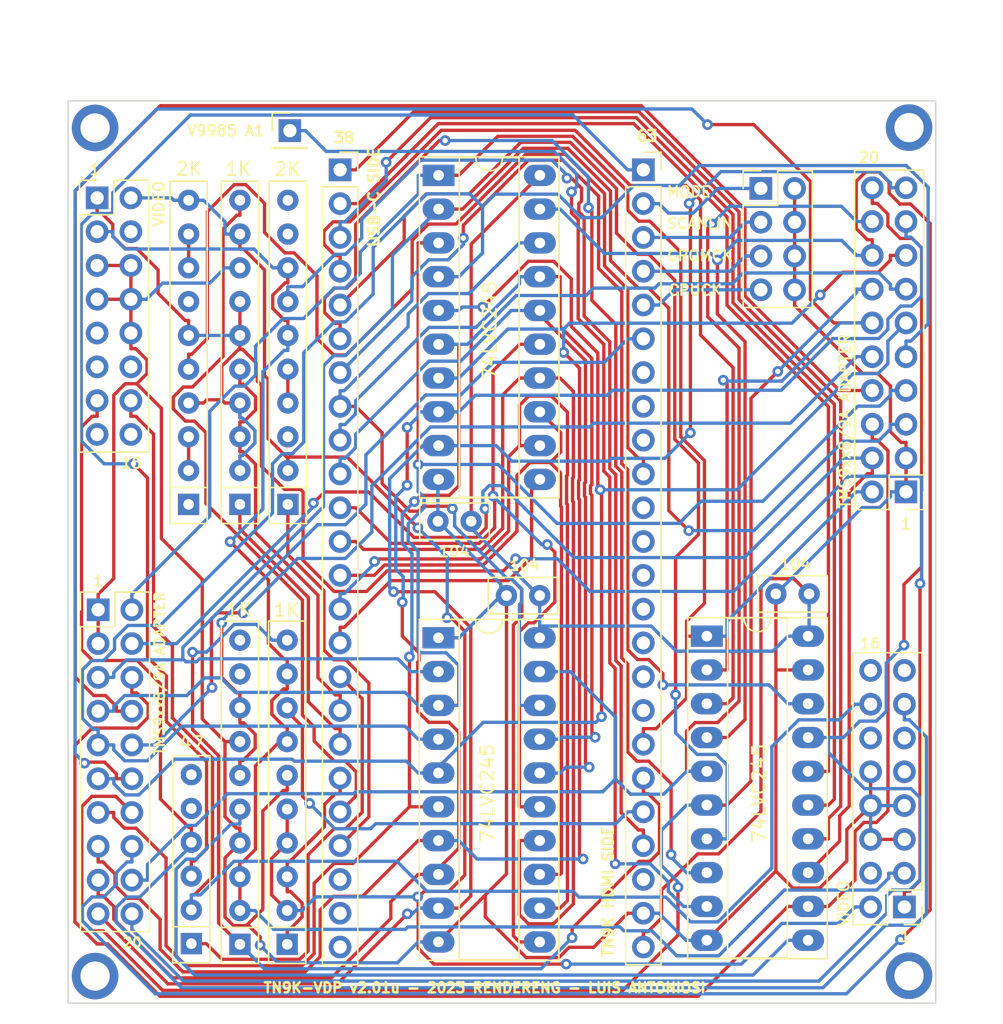
<source format=kicad_pcb>
(kicad_pcb (version 20221018) (generator pcbnew)
  (layers (0 "F.Cu" signal) (31 "B.Cu" signal) (34 "B.Paste" user) (35 "F.Paste" user) (36 "B.SilkS" user "B.Silkscreen") (37 "F.SilkS" user "F.Silkscreen") (38 "B.Mask" user) (39 "F.Mask" user) (44 "Edge.Cuts" user))
  (net 0 "")
  (net 1 "VCC_3V3")
  (net 2 "GND")
  (net 3 "VS_3V3")
  (net 4 "USR1_1V8")
  (net 5 "USR2_1V8")
  (net 6 "USR3_1V8")
  (net 7 "USR4_1V8")
  (net 8 "R2_3V3")
  (net 9 "R3_3V3")
  (net 10 "VCC")
  (net 11 "G0_3V3")
  (net 12 "B1_3V3")
  (net 13 "B2_3V3")
  (net 14 "B3_3V3")
  (net 18 "R0_3V3")
  (net 19 "B0_3V3")
  (net 23 "A1_1V8")
  (net 25 "MODE_3V3")
  (net 26 "~{CSW_3V3}")
  (net 27 "~{CSR_3V3}")
  (net 28 "~{INT_3V3}")
  (net 29 "CPUCLK_3V3")
  (net 30 "GROMCLK_3V3")
  (net 31 "~{RESET_3V3}")
  (net 32 "CD0_3V3")
  (net 33 "CD1_3V3")
  (net 34 "CD2_3V3")
  (net 35 "CD3_3V3")
  (net 36 "CD4_3V3")
  (net 37 "CD5_3V3")
  (net 38 "CD6_3V3")
  (net 39 "CD7_3V3")
  (net 40 "HS_3V3")
  (net 41 "R0_1V8")
  (net 42 "R1_3V3")
  (net 43 "G0_1V8")
  (net 44 "G1_3V3")
  (net 45 "G2_3V3")
  (net 46 "G3_3V3")
  (net 47 "B0_1V8")
  (net 49 "COMVID")
  (net 50 "A1")
  (net 51 "MODE")
  (net 52 "~{CSW}")
  (net 53 "~{CSR}")
  (net 54 "~{INT}")
  (net 55 "CD7")
  (net 56 "CD6")
  (net 57 "CD5")
  (net 58 "CD4")
  (net 59 "CD3")
  (net 60 "CD2")
  (net 61 "CD1")
  (net 62 "CD0")
  (net 63 "~{RESET}")
  (net 64 "GROMCLK")
  (net 65 "CPUCLK")
  (net 66 "A1_3V3")
  (net 67 "EXTVDP")
  (net 74 "RED")
  (net 75 "GREEN")
  (net 76 "BLUE")
  (net 77 "HSYNC")
  (net 78 "VSYNC")
  (net 82 "Net-(RN1A-R1.2)")
  (net 83 "Net-(RN1D-R4.2)")
  (net 84 "Net-(RN3B-R2.2)")
  (footprint "Package_DIP:DIP-20_W7.62mm_Socket_LongPads" (layer "F.Cu") (at 183.6928 85.1916)
    (fp_text reference "U3" hide)
    (fp_text value "SN74LVC245")
  )
  (footprint "Connector_PinHeader_2.54mm:PinHeader_2x10_P2.54mm_Vertical" (layer "F.Cu") (at 198.6788 74.3458 180)
    (fp_text reference "J2" hide)
    (fp_text value "Conn_02x10_Odd_Even")
  )
  (footprint "Connector_PinHeader_2.54mm:PinHeader_2x04_P2.54mm_Vertical" (layer "F.Cu") (at 187.7568 51.5366)
    (fp_text reference "J6" hide)
    (fp_text value "Conn_02x04_Counter_Clockwise")
  )
  (footprint "Connector_PinSocket_2.54mm:PinSocket_1x24_P2.54mm_Vertical" (layer "F.Cu") (at 156.1007 50.1396)
    (fp_text reference "J3" hide)
    (fp_text value "Conn_01x24")
  )
  (footprint "Resistor_THT:R_Array_SIP10" (layer "F.Cu") (at 144.7038 75.2856 90)
    (fp_text reference "RN1" hide)
    (fp_text value "2K")
  )
  (footprint "Resistor_THT:R_Array_SIP6" (layer "F.Cu") (at 144.907 108.3056 90)
    (fp_text reference "RN6" hide)
    (fp_text value "47")
  )
  (footprint "Capacitor_THT:C_Disc_D5.0mm_W2.5mm_P2.50mm" (layer "F.Cu") (at 165.9636 76.5556 180)
    (fp_text reference "C2" hide)
    (fp_text value "104")
  )
  (footprint "Resistor_THT:R_Array_SIP10" (layer "F.Cu") (at 152.1714 75.2856 90)
    (fp_text reference "RN3" hide)
    (fp_text value "2K")
  )
  (footprint "Resistor_THT:R_Array_SIP10" (layer "F.Cu") (at 148.5646 75.2856 90)
    (fp_text reference "RN2" hide)
    (fp_text value "1K")
  )
  (footprint "MountingHole:MountingHole_2.2mm_M2_ISO7380_Pad" (layer "F.Cu") (at 137.668 46.99)
    (fp_text reference "H1" hide)
    (fp_text value "MountingHole")
  )
  (footprint "Capacitor_THT:C_Disc_D5.0mm_W2.5mm_P2.50mm" (layer "F.Cu") (at 191.389 82.0166 180)
    (fp_text reference "C1" hide)
    (fp_text value "104")
  )
  (footprint "Capacitor_THT:C_Disc_D5.0mm_W2.5mm_P2.50mm" (layer "F.Cu") (at 171.1198 82.1436 180)
    (fp_text reference "C3" hide)
    (fp_text value "104")
  )
  (footprint "MountingHole:MountingHole_2.2mm_M2_ISO7380_Pad" (layer "F.Cu") (at 137.668 110.744)
    (fp_text reference "H3" hide)
    (fp_text value "MountingHole")
  )
  (footprint "Connector_PinHeader_2.54mm:PinHeader_1x01_P2.54mm_Vertical" (layer "F.Cu") (at 152.3238 47.1932)
    (fp_text reference "J5" hide)
    (fp_text value "Conn_01x01")
  )
  (footprint "Resistor_THT:R_Array_SIP10" (layer "F.Cu") (at 152.1206 108.3564 90)
    (fp_text reference "RN4" hide)
    (fp_text value "1K")
  )
  (footprint "Connector_PinHeader_2.54mm:PinHeader_2x08_P2.54mm_Vertical" (layer "F.Cu") (at 137.8204 52.2478)
    (fp_text reference "J7" hide)
    (fp_text value "Conn_02x08_Odd_Even")
  )
  (footprint "Resistor_THT:R_Array_SIP10" (layer "F.Cu") (at 148.5646 108.3564 90)
    (fp_text reference "RN5" hide)
    (fp_text value "1K")
  )
  (footprint "MountingHole:MountingHole_2.2mm_M2_ISO7380_Pad" (layer "F.Cu") (at 198.9074 110.7186)
    (fp_text reference "H4" hide)
    (fp_text value "MountingHole")
  )
  (footprint "Connector_PinSocket_2.54mm:PinSocket_1x24_P2.54mm_Vertical" (layer "F.Cu") (at 178.9176 50.1396)
    (fp_text reference "J4" hide)
    (fp_text value "Conn_01x24")
  )
  (footprint "Package_DIP:DIP-20_W7.62mm_Socket_LongPads" (layer "F.Cu") (at 163.5098 50.551)
    (fp_text reference "U2" hide)
    (fp_text value "SN74LVC245")
  )
  (footprint "Connector_PinHeader_2.54mm:PinHeader_2x08_P2.54mm_Vertical" (layer "F.Cu") (at 198.5568 105.5474 180)
    (fp_text reference "J8" hide)
    (fp_text value "Conn_02x08_Odd_Even")
  )
  (footprint "MountingHole:MountingHole_2.2mm_M2_ISO7380_Pad" (layer "F.Cu") (at 198.9074 46.9646)
    (fp_text reference "H2" hide)
    (fp_text value "MountingHole")
  )
  (footprint "Package_DIP:DIP-20_W7.62mm_Socket_LongPads" (layer "F.Cu") (at 163.4998 85.3186)
    (fp_text reference "U1" hide)
    (fp_text value "SN74LVC245")
  )
  (footprint "Connector_PinHeader_2.54mm:PinHeader_2x10_P2.54mm_Vertical" (layer "F.Cu") (at 137.8966 83.2104)
    (fp_text reference "J1" hide)
    (fp_text value "Conn_02x10_Odd_Even")
  )
  (gr_line (start 183.3826 108.4326) (end 183.3826 108.4326) (stroke (width 0.1)) (layer "Edge.Cuts"))
  (gr_line (start 200.914 44.958) (end 200.914 112.776) (stroke (width 0.1)) (layer "Edge.Cuts"))
  (gr_line (start 135.636 44.958) (end 200.914 44.958) (stroke (width 0.1)) (layer "Edge.Cuts"))
  (gr_line (start 135.636 112.776) (end 135.636 44.958) (stroke (width 0.1)) (layer "Edge.Cuts"))
  (gr_line (start 200.914 112.776) (end 135.636 112.776) (stroke (width 0.1)) (layer "Edge.Cuts"))
  (gr_text "TN9K-VDP v2.01u - 2023 RENDERENG - LUIS ANTONIOSI\n" (at 166.9796 112.0648) (layer "F.SilkS") (effects (font (size 0.75 0.75) (thickness 0.1875) bold) (justify bottom)))
  (gr_text "USB-C SIDE" (at 159.1056 56.0578 90) (layer "F.SilkS") (effects (font (size 0.8 0.8) (thickness 0.1875) bold) (justify left bottom)))
  (gr_text "TN9K HDMI SIDE" (at 176.7332 109.4232 90) (layer "F.SilkS") (effects (font (size 0.8 0.8) (thickness 0.1875) bold) (justify left bottom)))
  (gr_text "38" (at 155.4988 48.1838) (layer "F.SilkS") (effects (font (size 0.8 0.8) (thickness 0.1875) bold) (justify left bottom)))
  (gr_text "63" (at 178.308 48.0568) (layer "F.SilkS") (effects (font (size 0.8 0.8) (thickness 0.1875) bold) (justify left bottom)))
  (segment (start 187.7639 81.4981) (end 187.7639 98.3717) (width 0.25) (layer "F.Cu") (net 1))
  (segment (start 179.2828 107.3845) (end 178.9176 107.3845) (width 0.25) (layer "F.Cu") (net 1))
  (segment (start 184.5788 101.5568) (end 183.0068 101.5568) (width 0.25) (layer "F.Cu") (net 1))
  (segment locked (start 165.9636 55.7172) (end 171.1298 50.551) (width 0.25) (layer "F.Cu") (net 1))
  (segment (start 183.0068 101.5568) (end 180.2824 104.2812) (width 0.25) (layer "F.Cu") (net 1))
  (segment (start 188.3851 80.8769) (end 187.7639 81.4981) (width 0.25) (layer "F.Cu") (net 1))
  (segment (start 190.2493 80.8769) (end 188.3851 80.8769) (width 0.25) (layer "F.Cu") (net 1))
  (segment (start 191.389 82.0166) (end 190.2493 80.8769) (width 0.25) (layer "F.Cu") (net 1))
  (segment (start 187.7639 98.3717) (end 184.5788 101.5568) (width 0.25) (layer "F.Cu") (net 1))
  (segment (start 180.2824 106.3849) (end 179.2828 107.3845) (width 0.25) (layer "F.Cu") (net 1))
  (segment locked (start 165.9636 76.5556) (end 165.9636 55.7172) (width 0.25) (layer "F.Cu") (net 1))
  (segment (start 180.2824 104.2812) (end 180.2824 106.3849) (width 0.25) (layer "F.Cu") (net 1))
  (segment (start 178.9176 108.5596) (end 178.9176 107.3845) (width 0.25) (layer "F.Cu") (net 1))
  (segment (start 171.1298 50.551) (end 171.1299 50.5511) (width 0.25) (layer "F.Cu") (net 1))
  (segment (start 165.9636 76.5556) (end 165.964 76.5556) (width 0.25) (layer "F.Cu") (net 1))
  (segment (start 191.3509 85.1535) (end 191.3128 85.1916) (width 0.25) (layer "B.Cu") (net 1))
  (segment (start 171.12 84.4296) (end 179.5024 84.4296) (width 0.25) (layer "B.Cu") (net 1))
  (segment (start 171.1198 82.1436) (end 171.0452 82.1436) (width 0.25) (layer "B.Cu") (net 1))
  (segment (start 188.6626 86.3167) (end 189.7877 85.1916) (width 0.25) (layer "B.Cu") (net 1))
  (segment (start 171.1198 82.2065) (end 171.12 82.2067) (width 0.25) (layer "B.Cu") (net 1))
  (segment locked (start 191.389 82.0166) (end 191.389 85.1154) (width 0.25) (layer "B.Cu") (net 1))
  (segment locked (start 191.389 85.1154) (end 191.3128 85.1916) (width 0.25) (layer "B.Cu") (net 1))
  (segment (start 171.1198 84.8743) (end 171.1198 85.3186) (width 0.25) (layer "B.Cu") (net 1))
  (segment (start 179.5024 84.4296) (end 181.3895 86.3167) (width 0.25) (layer "B.Cu") (net 1))
  (segment (start 191.351 85.1535) (end 191.3509 85.1535) (width 0.25) (layer "B.Cu") (net 1))
  (segment locked (start 171.1198 82.1436) (end 171.1198 85.3186) (width 0.25) (layer "B.Cu") (net 1))
  (segment (start 171.1198 82.1436) (end 171.1198 82.2065) (width 0.25) (layer "B.Cu") (net 1))
  (segment (start 181.3895 86.3167) (end 188.6626 86.3167) (width 0.25) (layer "B.Cu") (net 1))
  (segment (start 165.9636 77.062) (end 165.9636 76.5556) (width 0.25) (layer "B.Cu") (net 1))
  (segment (start 191.3128 85.1916) (end 189.7877 85.1916) (width 0.25) (layer "B.Cu") (net 1))
  (segment (start 171.0452 82.1436) (end 165.9636 77.062) (width 0.25) (layer "B.Cu") (net 1))
  (segment (start 171.12 84.8741) (end 171.1198 84.8743) (width 0.25) (layer "B.Cu") (net 1))
  (segment (start 198.6788 71.8058) (end 198.6788 70.6307) (width 0.25) (layer "F.Cu") (net 2))
  (segment (start 177.7425 106.0196) (end 175.1819 108.5802) (width 0.25) (layer "F.Cu") (net 2))
  (segment (start 190.2968 54.0766) (end 190.2968 51.5366) (width 0.25) (layer "F.Cu") (net 2))
  (segment (start 148.5646 99.6113) (end 148.2833 99.6113) (width 0.25) (layer "F.Cu") (net 2))
  (segment (start 148.0694 106.9449) (end 147.4394 106.3149) (width 0.25) (layer "F.Cu") (net 2))
  (segment locked (start 188.889 102.8554) (end 183.6928 108.0516) (width 0.25) (layer "F.Cu") (net 2))
  (segment (start 140.3604 59.8678) (end 138.9955 59.8678) (width 0.25) (layer "F.Cu") (net 2))
  (segment (start 148.2833 99.6113) (end 147.4395 98.7675) (width 0.25) (layer "F.Cu") (net 2))
  (segment (start 149.1406 106.863) (end 150.0897 107.8122) (width 0.25) (layer "F.Cu") (net 2))
  (segment (start 196.0168 100.4674) (end 197.1919 100.4674) (width 0.25) (layer "F.Cu") (net 2))
  (segment (start 140.7256 63.5829) (end 140.3604 63.5829) (width 0.25) (layer "F.Cu") (net 2))
  (segment (start 142.6563 77.8483) (end 142.6563 68.067) (width 0.25) (layer "F.Cu") (net 2))
  (segment (start 173.3356 108.5802) (end 172.5681 109.3477) (width 0.25) (layer "F.Cu") (net 2))
  (segment (start 190.1633 104.1293) (end 188.889 102.855) (width 0.25) (layer "F.Cu") (net 2))
  (segment (start 139.0717 67.0756) (end 139.9295 66.2178) (width 0.25) (layer "F.Cu") (net 2))
  (segment (start 150.2874 105.7162) (end 149.1406 106.863) (width 0.25) (layer "F.Cu") (net 2))
  (segment (start 195.4059 65.4408) (end 190.2968 60.3317) (width 0.25) (layer "F.Cu") (net 2))
  (segment (start 140.8071 66.2178) (end 141.5725 65.4524) (width 0.25) (layer "F.Cu") (net 2))
  (segment (start 183.6928 108.0516) (end 183.6931 108.0519) (width 0.25) (layer "F.Cu") (net 2))
  (segment (start 152.1206 96.7815) (end 151.8393 96.7815) (width 0.25) (layer "F.Cu") (net 2))
  (segment (start 148.5646 93.1164) (end 147.4395 93.1164) (width 0.25) (layer "F.Cu") (net 2))
  (segment (start 140.3604 62.4078) (end 140.3604 63.5829) (width 0.25) (layer "F.Cu") (net 2))
  (segment (start 149.0587 106.9449) (end 148.0694 106.9449) (width 0.25) (layer "F.Cu") (net 2))
  (segment (start 196.0168 95.3874) (end 196.0168 97.9274) (width 0.25) (layer "F.Cu") (net 2))
  (segment (start 145.7324 91.4093) (end 145.7324 80.9244) (width 0.25) (layer "F.Cu") (net 2))
  (segment (start 192.1823 104.1293) (end 190.1633 104.1293) (width 0.25) (layer "F.Cu") (net 2))
  (segment (start 172.5681 109.3477) (end 170.0936 109.3477) (width 0.25) (layer "F.Cu") (net 2))
  (segment (start 147.4395 98.7675) (end 147.4395 93.1164) (width 0.25) (layer "F.Cu") (net 2))
  (segment (start 198.3115 70.6307) (end 197.5037 69.8229) (width 0.25) (layer "F.Cu") (net 2))
  (segment (start 164.3202 107.3588) (end 164.3196 107.3588) (width 0.25) (layer "F.Cu") (net 2))
  (segment (start 164.3196 107.3588) (end 163.4998 108.1786) (width 0.25) (layer "F.Cu") (net 2))
  (segment (start 137.8966 83.2104) (end 137.8966 82.0353) (width 0.25) (layer "F.Cu") (net 2))
  (segment (start 142.6563 68.067) (end 140.8071 66.2178) (width 0.25) (layer "F.Cu") (net 2))
  (segment (start 150.0897 107.8122) (end 150.0897 108.4224) (width 0.25) (layer "F.Cu") (net 2))
  (segment (start 151.8393 96.7815) (end 150.2874 98.3334) (width 0.25) (layer "F.Cu") (net 2))
  (segment (start 141.5725 64.4298) (end 140.7256 63.5829) (width 0.25) (layer "F.Cu") (net 2))
  (segment (start 137.8204 59.8678) (end 138.9955 59.8678) (width 0.25) (layer "F.Cu") (net 2))
  (segment (start 137.8966 85.7504) (end 137.8966 83.2104) (width 0.25) (layer "F.Cu") (net 2))
  (segment (start 140.3604 59.8678) (end 140.3604 57.3278) (width 0.25) (layer "F.Cu") (net 2))
  (segment locked (start 168.6198 103.0586) (end 163.4998 108.1786) (width 0.25) (layer "F.Cu") (net 2))
  (segment (start 196.0168 97.9274) (end 194.2241 99.7201) (width 0.25) (layer "F.Cu") (net 2))
  (segment (start 147.4394 106.3149) (end 147.4394 101.8616) (width 0.25) (layer "F.Cu") (net 2))
  (segment (start 190.2968 59.1566) (end 190.2968 56.6166) (width 0.25) (layer "F.Cu") (net 2))
  (segment (start 167.0256 106.2797) (end 167.0256 104.6534) (width 0.25) (layer "F.Cu") (net 2))
  (segment (start 152.1206 95.6564) (end 152.1206 96.7815) (width 0.25) (layer "F.Cu") (net 2))
  (segment (start 197.5037 69.8229) (end 197.5037 66.3898) (width 0.25) (layer "F.Cu") (net 2))
  (segment (start 139.9295 66.2178) (end 140.8071 66.2178) (width 0.25) (layer "F.Cu") (net 2))
  (segment (start 198.5568 100.4674) (end 197.1919 100.4674) (width 0.25) (layer "F.Cu") (net 2))
  (segment (start 168.6198 82.1436) (end 168.62 82.1436) (width 0.25) (layer "F.Cu") (net 2))
  (segment (start 140.3604 57.3278) (end 138.9955 57.3278) (width 0.25) (layer "F.Cu") (net 2))
  (segment (start 175.1819 108.5802) (end 173.3356 108.5802) (width 0.25) (layer "F.Cu") (net 2))
  (segment (start 137.8966 82.0353) (end 139.0717 80.8602) (width 0.25) (layer "F.Cu") (net 2))
  (segment (start 198.6788 74.3458) (end 198.6788 71.8058) (width 0.25) (layer "F.Cu") (net 2))
  (segment (start 145.7324 80.9244) (end 142.6563 77.8483) (width 0.25) (layer "F.Cu") (net 2))
  (segment (start 178.9176 106.0196) (end 177.7425 106.0196) (width 0.25) (layer "F.Cu") (net 2))
  (segment (start 194.2241 99.7201) (end 194.2241 102.0875) (width 0.25) (layer "F.Cu") (net 2))
  (segment (start 197.5037 66.3898) (end 196.5547 65.4408) (width 0.25) (layer "F.Cu") (net 2))
  (segment (start 198.6788 70.6307) (end 198.3115 70.6307) (width 0.25) (layer "F.Cu") (net 2))
  (segment (start 139.0717 80.8602) (end 139.0717 67.0756) (width 0.25) (layer "F.Cu") (net 2))
  (segment (start 190.2968 56.6166) (end 190.2968 54.0766) (width 0.25) (layer "F.Cu") (net 2))
  (segment (start 196.5547 65.4408) (end 195.4059 65.4408) (width 0.25) (layer "F.Cu") (net 2))
  (segment (start 149.1406 106.863) (end 149.0587 106.9449) (width 0.25) (layer "F.Cu") (net 2))
  (segment (start 137.8204 57.3278) (end 138.9955 57.3278) (width 0.25) (layer "F.Cu") (net 2))
  (segment locked (start 188.889 82.0166) (end 188.889 102.8554) (width 0.25) (layer "F.Cu") (net 2))
  (segment (start 150.2874 98.3334) (end 150.2874 105.7162) (width 0.25) (layer "F.Cu") (net 2))
  (segment (start 147.4394 101.8616) (end 148.5646 100.7364) (width 0.25) (layer "F.Cu") (net 2))
  (segment (start 190.2968 59.1566) (end 190.2968 60.3317) (width 0.25) (layer "F.Cu") (net 2))
  (segment (start 194.2241 102.0875) (end 192.1823 104.1293) (width 0.25) (layer "F.Cu") (net 2))
  (segment (start 147.4395 93.1164) (end 145.7324 91.4093) (width 0.25) (layer "F.Cu") (net 2))
  (segment locked (start 168.6198 82.1436) (end 168.6198 103.0586) (width 0.25) (layer "F.Cu") (net 2))
  (segment (start 188.889 87.7316) (end 191.3128 87.7316) (width 0.25) (layer "F.Cu") (net 2))
  (segment (start 140.3604 62.4078) (end 140.3604 59.8678) (width 0.25) (layer "F.Cu") (net 2))
  (segment (start 170.0936 109.3477) (end 167.0256 106.2797) (width 0.25) (layer "F.Cu") (net 2))
  (segment (start 141.5725 65.4524) (end 141.5725 64.4298) (width 0.25) (layer "F.Cu") (net 2))
  (segment (start 148.5646 100.7364) (end 148.5646 99.6113) (width 0.25) (layer "F.Cu") (net 2))
  (via (at 150.0897 108.4224) (size 0.8) (drill 0.4) (layers "F.Cu" "B.Cu") (net 2))
  (segment (start 168.1999 82.1436) (end 165.0249 85.3186) (width 0.25) (layer "B.Cu") (net 2))
  (segment (start 142.7525 58.6508) (end 146.2943 58.6508) (width 0.25) (layer "B.Cu") (net 2))
  (segment locked (start 163.4636 76.5556) (end 163.4636 73.4572) (width 0.25) (layer "B.Cu") (net 2))
  (segment (start 163.487 73.4341) (end 163.5098 73.4113) (width 0.25) (layer "B.Cu") (net 2))
  (segment (start 195.3847 75.5209) (end 196.6959 75.5209) (width 0.25) (layer "B.Cu") (net 2))
  (segment (start 163.464 76.5556) (end 168.1999 81.2915) (width 0.25) (layer "B.Cu") (net 2))
  (segment (start 196.0168 97.9274) (end 196.0168 99.2923) (width 0.25) (layer "B.Cu") (net 2))
  (segment (start 196.0168 100.4674) (end 196.0168 99.2923) (width 0.25) (layer "B.Cu") (net 2))
  (segment (start 163.5098 73.4113) (end 163.5098 73.411) (width 0.25) (layer "B.Cu") (net 2))
  (segment (start 148.5646 57.5056) (end 147.4395 57.5056) (width 0.25) (layer "B.Cu") (net 2))
  (segment (start 163.4998 85.3186) (end 165.0249 85.3186) (width 0.25) (layer "B.Cu") (net 2))
  (segment (start 163.4636 76.5556) (end 163.464 76.5556) (width 0.25) (layer "B.Cu") (net 2))
  (segment (start 160.4097 109.7436) (end 151.4109 109.7436) (width 0.25) (layer "B.Cu") (net 2))
  (segment (start 196.6959 75.5209) (end 197.5037 74.7131) (width 0.25) (layer "B.Cu") (net 2))
  (segment (start 180.0927 106.0196) (end 182.1247 108.0516) (width 0.25) (layer "B.Cu") (net 2))
  (segment (start 178.9176 106.0196) (end 180.0927 106.0196) (width 0.25) (layer "B.Cu") (net 2))
  (segment (start 198.6788 74.3458) (end 197.5037 74.3458) (width 0.25) (layer "B.Cu") (net 2))
  (segment (start 151.4109 109.7436) (end 150.0897 108.4224) (width 0.25) (layer "B.Cu") (net 2))
  (segment (start 168.6198 82.1436) (end 168.1999 82.1436) (width 0.25) (layer "B.Cu") (net 2))
  (segment (start 168.1999 81.2915) (end 168.1999 82.1436) (width 0.25) (layer "B.Cu") (net 2))
  (segment (start 183.6928 108.0516) (end 182.1677 108.0516) (width 0.25) (layer "B.Cu") (net 2))
  (segment (start 188.889 82.0166) (end 195.3847 75.5209) (width 0.25) (layer "B.Cu") (net 2))
  (segment (start 196.0168 97.9274) (end 198.5568 97.9274) (width 0.25) (layer "B.Cu") (net 2))
  (segment locked (start 163.4636 73.4572) (end 163.5098 73.411) (width 0.25) (layer "B.Cu") (net 2))
  (segment (start 163.4998 108.1786) (end 161.9747 108.1786) (width 0.25) (layer "B.Cu") (net 2))
  (segment (start 197.5037 74.7131) (end 197.5037 74.3458) (width 0.25) (layer "B.Cu") (net 2))
  (segment (start 161.9747 108.1786) (end 160.4097 109.7436) (width 0.25) (layer "B.Cu") (net 2))
  (segment (start 146.2943 58.6508) (end 147.4395 57.5056) (width 0.25) (layer "B.Cu") (net 2))
  (segment (start 141.5355 59.8678) (end 142.7525 58.6508) (width 0.25) (layer "B.Cu") (net 2))
  (segment (start 140.3604 59.8678) (end 141.5355 59.8678) (width 0.25) (layer "B.Cu") (net 2))
  (segment (start 182.1247 108.0516) (end 182.1677 108.0516) (width 0.25) (layer "B.Cu") (net 2))
  (segment (start 153.6959 101.6185) (end 155.6448 99.6696) (width 0.25) (layer "F.Cu") (net 3))
  (segment (start 156.5154 99.6696) (end 157.7666 98.4184) (width 0.25) (layer "F.Cu") (net 3))
  (segment (start 146.0321 108.3056) (end 147.2081 109.4816) (width 0.25) (layer "F.Cu") (net 3))
  (segment (start 157.7666 89.9055) (end 156.1007 88.2396) (width 0.25) (layer "F.Cu") (net 3))
  (segment (start 153.0714 109.4816) (end 153.6959 108.8571) (width 0.25) (layer "F.Cu") (net 3))
  (segment (start 155.6448 99.6696) (end 156.5154 99.6696) (width 0.25) (layer "F.Cu") (net 3))
  (segment (start 157.7666 98.4184) (end 157.7666 89.9055) (width 0.25) (layer "F.Cu") (net 3))
  (segment (start 153.6959 108.8571) (end 153.6959 101.6185) (width 0.25) (layer "F.Cu") (net 3))
  (segment (start 144.907 108.3056) (end 146.0321 108.3056) (width 0.25) (layer "F.Cu") (net 3))
  (segment (start 147.2081 109.4816) (end 153.0714 109.4816) (width 0.25) (layer "F.Cu") (net 3))
  (segment (start 180.0927 52.6796) (end 180.8068 53.3937) (width 0.25) (layer "B.Cu") (net 4))
  (segment (start 187.7568 51.5366) (end 186.5817 51.5366) (width 0.25) (layer "B.Cu") (net 4))
  (segment (start 180.8068 53.3937) (end 182.6653 53.3937) (width 0.25) (layer "B.Cu") (net 4))
  (segment (start 184.5224 51.5366) (end 186.5817 51.5366) (width 0.25) (layer "B.Cu") (net 4))
  (segment (start 182.6653 53.3937) (end 184.5224 51.5366) (width 0.25) (layer "B.Cu") (net 4))
  (segment (start 178.9176 52.6796) (end 180.0927 52.6796) (width 0.25) (layer "B.Cu") (net 4))
  (segment (start 180.0927 55.2196) (end 185.4387 55.2196) (width 0.25) (layer "B.Cu") (net 5))
  (segment (start 187.7568 54.0766) (end 186.5817 54.0766) (width 0.25) (layer "B.Cu") (net 5))
  (segment (start 185.4387 55.2196) (end 186.5817 54.0766) (width 0.25) (layer "B.Cu") (net 5))
  (segment (start 178.9176 55.2196) (end 180.0927 55.2196) (width 0.25) (layer "B.Cu") (net 5))
  (segment (start 187.7568 56.6166) (end 186.5817 56.6166) (width 0.25) (layer "B.Cu") (net 6))
  (segment (start 185.4387 57.7596) (end 186.5817 56.6166) (width 0.25) (layer "B.Cu") (net 6))
  (segment (start 180.0927 57.7596) (end 185.4387 57.7596) (width 0.25) (layer "B.Cu") (net 6))
  (segment (start 178.9176 57.7596) (end 180.0927 57.7596) (width 0.25) (layer "B.Cu") (net 6))
  (segment (start 181.2357 59.1566) (end 180.0927 60.2996) (width 0.25) (layer "B.Cu") (net 7))
  (segment (start 186.5817 59.1566) (end 181.2357 59.1566) (width 0.25) (layer "B.Cu") (net 7))
  (segment (start 187.7568 59.1566) (end 186.5817 59.1566) (width 0.25) (layer "B.Cu") (net 7))
  (segment (start 178.9176 60.2996) (end 180.0927 60.2996) (width 0.25) (layer "B.Cu") (net 7))
  (segment (start 156.1007 93.3196) (end 156.1007 92.1445) (width 0.25) (layer "F.Cu") (net 8))
  (segment (start 153.7168 90.1278) (end 153.7168 82.2917) (width 0.25) (layer "F.Cu") (net 8))
  (segment (start 148.5646 75.2856) (end 148.5646 76.4107) (width 0.25) (layer "F.Cu") (net 8))
  (segment (start 148.5646 77.1395) (end 148.5646 76.4107) (width 0.25) (layer "F.Cu") (net 8))
  (segment (start 153.7168 82.2917) (end 148.5646 77.1395) (width 0.25) (layer "F.Cu") (net 8))
  (segment (start 156.1007 92.1445) (end 155.7335 92.1445) (width 0.25) (layer "F.Cu") (net 8))
  (segment (start 155.7335 92.1445) (end 153.7168 90.1278) (width 0.25) (layer "F.Cu") (net 8))
  (segment (start 148.5646 69.0805) (end 148.8459 69.0805) (width 0.25) (layer "F.Cu") (net 9))
  (segment (start 148.5646 70.2056) (end 148.5646 69.0805) (width 0.25) (layer "F.Cu") (net 9))
  (segment (start 149.7398 68.1866) (end 149.7398 67.1928) (width 0.25) (layer "F.Cu") (net 9))
  (segment (start 149.7398 77.4183) (end 149.7398 72.2728) (width 0.25) (layer "F.Cu") (net 9))
  (segment (start 148.8459 69.0805) (end 149.7398 68.1866) (width 0.25) (layer "F.Cu") (net 9))
  (segment (start 154.4359 82.1144) (end 149.7398 77.4183) (width 0.25) (layer "F.Cu") (net 9))
  (segment (start 155.7335 89.6045) (end 154.4359 88.3069) (width 0.25) (layer "F.Cu") (net 9))
  (segment (start 149.7398 72.2728) (end 148.7977 71.3307) (width 0.25) (layer "F.Cu") (net 9))
  (segment (start 148.7977 66.2507) (end 148.5646 66.2507) (width 0.25) (layer "F.Cu") (net 9))
  (segment (start 154.4359 88.3069) (end 154.4359 82.1144) (width 0.25) (layer "F.Cu") (net 9))
  (segment (start 148.7977 71.3307) (end 148.5646 71.3307) (width 0.25) (layer "F.Cu") (net 9))
  (segment (start 148.5646 70.2056) (end 148.5646 71.3307) (width 0.25) (layer "F.Cu") (net 9))
  (segment (start 156.1007 90.7796) (end 156.1007 89.6045) (width 0.25) (layer "F.Cu") (net 9))
  (segment (start 156.1007 89.6045) (end 155.7335 89.6045) (width 0.25) (layer "F.Cu") (net 9))
  (segment (start 149.7398 67.1928) (end 148.7977 66.2507) (width 0.25) (layer "F.Cu") (net 9))
  (segment (start 148.5646 65.1256) (end 148.5646 66.2507) (width 0.25) (layer "F.Cu") (net 9))
  (segment (start 165.0349 50.551) (end 167.9676 47.6183) (width 0.25) (layer "F.Cu") (net 10))
  (segment (start 178.9176 93.3196) (end 178.9176 92.1445) (width 0.25) (layer "F.Cu") (net 10))
  (segment (start 173.6 47.6183) (end 177.7425 51.7608) (width 0.25) (layer "F.Cu") (net 10))
  (segment (start 177.7425 51.7608) (end 177.7425 53.1663) (width 0.25) (layer "F.Cu") (net 10))
  (segment (start 182.1677 89.8492) (end 182.1677 85.1916) (width 0.25) (layer "F.Cu") (net 10))
  (segment (start 167.9676 47.6183) (end 173.6 47.6183) (width 0.25) (layer "F.Cu") (net 10))
  (segment (start 163.5098 50.551) (end 165.0349 50.551) (width 0.25) (layer "F.Cu") (net 10))
  (segment (start 177.7425 53.1663) (end 178.5723 53.9961) (width 0.25) (layer "F.Cu") (net 10))
  (segment (start 179.4033 53.9961) (end 181.7317 56.3245) (width 0.25) (layer "F.Cu") (net 10))
  (segment (start 178.9176 92.1445) (end 179.8724 92.1445) (width 0.25) (layer "F.Cu") (net 10))
  (segment (start 182.1677 84.0665) (end 182.1677 85.1916) (width 0.25) (layer "F.Cu") (net 10))
  (segment (start 179.8724 92.1445) (end 182.1677 89.8492) (width 0.25) (layer "F.Cu") (net 10))
  (segment (start 178.5723 53.9961) (end 179.4033 53.9961) (width 0.25) (layer "F.Cu") (net 10))
  (segment (start 181.7317 70.2066) (end 183.5145 71.9894) (width 0.25) (layer "F.Cu") (net 10))
  (segment (start 181.7317 56.3245) (end 181.7317 70.2066) (width 0.25) (layer "F.Cu") (net 10))
  (segment (start 183.5145 82.7197) (end 182.1677 84.0665) (width 0.25) (layer "F.Cu") (net 10))
  (segment (start 183.5145 71.9894) (end 183.5145 82.7197) (width 0.25) (layer "F.Cu") (net 10))
  (segment (start 183.6928 85.1916) (end 182.1677 85.1916) (width 0.25) (layer "F.Cu") (net 10))
  (segment (start 148.1769 66.3956) (end 146.2939 68.2786) (width 0.25) (layer "B.Cu") (net 10))
  (segment (start 155.6488 59.0296) (end 153.3628 61.3156) (width 0.25) (layer "B.Cu") (net 10))
  (segment (start 140.4366 83.2104) (end 140.4366 82.0353) (width 0.25) (layer "B.Cu") (net 10))
  (segment (start 149.7446 65.5655) (end 148.9145 66.3956) (width 0.25) (layer "B.Cu") (net 10))
  (segment (start 185.2179 84.0665) (end 194.9386 74.3458) (width 0.25) (layer "B.Cu") (net 10))
  (segment (start 161.9847 50.551) (end 161.9847 51.9407) (width 0.25) (layer "B.Cu") (net 10))
  (segment (start 163.5098 50.551) (end 161.9847 50.551) (width 0.25) (layer "B.Cu") (net 10))
  (segment (start 148.9145 66.3956) (end 148.1769 66.3956) (width 0.25) (layer "B.Cu") (net 10))
  (segment (start 157.6178 57.9102) (end 156.4984 59.0296) (width 0.25) (layer "B.Cu") (net 10))
  (segment (start 161.9847 51.9407) (end 157.6178 56.3076) (width 0.25) (layer "B.Cu") (net 10))
  (segment (start 151.8135 61.3156) (end 149.7446 63.3845) (width 0.25) (layer "B.Cu") (net 10))
  (segment (start 149.7446 63.3845) (end 149.7446 65.5655) (width 0.25) (layer "B.Cu") (net 10))
  (segment (start 146.2939 68.2786) (end 146.2939 76.178) (width 0.25) (layer "B.Cu") (net 10))
  (segment (start 156.4984 59.0296) (end 155.6488 59.0296) (width 0.25) (layer "B.Cu") (net 10))
  (segment (start 183.6928 85.1916) (end 185.2179 85.1916) (width 0.25) (layer "B.Cu") (net 10))
  (segment (start 157.6178 56.3076) (end 157.6178 57.9102) (width 0.25) (layer "B.Cu") (net 10))
  (segment (start 153.3628 61.3156) (end 151.8135 61.3156) (width 0.25) (layer "B.Cu") (net 10))
  (segment (start 194.9386 74.3458) (end 196.1388 74.3458) (width 0.25) (layer "B.Cu") (net 10))
  (segment (start 146.2939 76.178) (end 140.4366 82.0353) (width 0.25) (layer "B.Cu") (net 10))
  (segment (start 185.2179 85.1916) (end 185.2179 84.0665) (width 0.25) (layer "B.Cu") (net 10))
  (segment (start 178.9176 100.9396) (end 178.9176 99.7645) (width 0.25) (layer "F.Cu") (net 12))
  (segment (start 176.8422 87.0228) (end 176.8422 73.0484) (width 0.25) (layer "F.Cu") (net 12))
  (segment (start 174.2673 51.5188) (end 173.5141 50.7656) (width 0.25) (layer "F.Cu") (net 12))
  (segment (start 174.0626 52.6856) (end 174.2673 52.4809) (width 0.25) (layer "F.Cu") (net 12))
  (segment (start 174.4638 53.7035) (end 174.0626 53.3023) (width 0.25) (layer "F.Cu") (net 12))
  (segment (start 174.4638 61.1371) (end 174.4638 53.7035) (width 0.25) (layer "F.Cu") (net 12))
  (segment (start 174.0626 53.3023) (end 174.0626 52.6856) (width 0.25) (layer "F.Cu") (net 12))
  (segment (start 177.246 98.4602) (end 177.246 87.4266) (width 0.25) (layer "F.Cu") (net 12))
  (segment (start 176.8422 73.0484) (end 176.3922 72.5984) (width 0.25) (layer "F.Cu") (net 12))
  (segment (start 173.5141 50.7656) (end 173.1659 50.7656) (width 0.25) (layer "F.Cu") (net 12))
  (segment (start 176.3922 63.0655) (end 174.4638 61.1371) (width 0.25) (layer "F.Cu") (net 12))
  (segment (start 176.3922 72.5984) (end 176.3922 63.0655) (width 0.25) (layer "F.Cu") (net 12))
  (segment (start 178.5503 99.7645) (end 177.246 98.4602) (width 0.25) (layer "F.Cu") (net 12))
  (segment (start 178.9176 99.7645) (end 178.5503 99.7645) (width 0.25) (layer "F.Cu") (net 12))
  (segment (start 174.2673 52.4809) (end 174.2673 51.5188) (width 0.25) (layer "F.Cu") (net 12))
  (segment (start 177.246 87.4266) (end 176.8422 87.0228) (width 0.25) (layer "F.Cu") (net 12))
  (via (at 173.1659 50.7656) (size 0.8) (drill 0.4) (layers "F.Cu" "B.Cu") (net 12))
  (segment (start 156.5009 56.4896) (end 157.726 55.2645) (width 0.25) (layer "B.Cu") (net 12))
  (segment (start 173.1659 50.5309) (end 173.1659 50.7656) (width 0.25) (layer "B.Cu") (net 12))
  (segment (start 153.2764 58.9205) (end 155.7073 56.4896) (width 0.25) (layer "B.Cu") (net 12))
  (segment (start 155.7073 56.4896) (end 156.5009 56.4896) (width 0.25) (layer "B.Cu") (net 12))
  (segment (start 162.1805 49.41) (end 172.045 49.41) (width 0.25) (layer "B.Cu") (net 12))
  (segment (start 157.726 55.2645) (end 157.726 53.8645) (width 0.25) (layer "B.Cu") (net 12))
  (segment (start 152.1714 58.9205) (end 153.2764 58.9205) (width 0.25) (layer "B.Cu") (net 12))
  (segment (start 152.1714 60.0456) (end 152.1714 58.9205) (width 0.25) (layer "B.Cu") (net 12))
  (segment (start 172.045 49.41) (end 173.1659 50.5309) (width 0.25) (layer "B.Cu") (net 12))
  (segment (start 157.726 53.8645) (end 162.1805 49.41) (width 0.25) (layer "B.Cu") (net 12))
  (segment (start 153.2667 91.9913) (end 153.2667 97.2279) (width 0.25) (layer "F.Cu") (net 13))
  (segment (start 153.2667 97.2279) (end 153.8055 97.7667) (width 0.25) (layer "F.Cu") (net 13))
  (segment (start 152.1206 90.8452) (end 153.2667 91.9913) (width 0.25) (layer "F.Cu") (net 13))
  (segment (start 152.1206 90.5764) (end 152.1206 90.8452) (width 0.25) (layer "F.Cu") (net 13))
  (via (at 153.8055 97.7667) (size 0.8) (drill 0.4) (layers "F.Cu" "B.Cu") (net 13))
  (segment (start 177.7425 98.3996) (end 176.8535 99.2886) (width 0.25) (layer "B.Cu") (net 13))
  (segment (start 176.8535 99.2886) (end 158.7767 99.2886) (width 0.25) (layer "B.Cu") (net 13))
  (segment (start 158.7767 99.2886) (end 158.3957 99.6696) (width 0.25) (layer "B.Cu") (net 13))
  (segment (start 155.7084 99.6696) (end 153.8055 97.7667) (width 0.25) (layer "B.Cu") (net 13))
  (segment (start 158.3957 99.6696) (end 155.7084 99.6696) (width 0.25) (layer "B.Cu") (net 13))
  (segment (start 178.9176 98.3996) (end 177.7425 98.3996) (width 0.25) (layer "B.Cu") (net 13))
  (segment (start 173.5585 107.1612) (end 173.5585 107.855) (width 0.25) (layer "F.Cu") (net 14))
  (segment (start 148.5646 108.3564) (end 146.9568 106.7486) (width 0.25) (layer "F.Cu") (net 14))
  (segment (start 178.9176 95.8596) (end 178.9176 97.0347) (width 0.25) (layer "F.Cu") (net 14))
  (segment (start 145.0002 92.2184) (end 145.0002 86.3922) (width 0.25) (layer "F.Cu") (net 14))
  (segment (start 179.2848 97.0347) (end 180.1322 97.8821) (width 0.25) (layer "F.Cu") (net 14))
  (segment (start 178.6049 102.1148) (end 173.5585 107.1612) (width 0.25) (layer "F.Cu") (net 14))
  (segment (start 180.1322 97.8821) (end 180.1322 101.4046) (width 0.25) (layer "F.Cu") (net 14))
  (segment (start 180.1322 101.4046) (end 179.422 102.1148) (width 0.25) (layer "F.Cu") (net 14))
  (segment (start 179.422 102.1148) (end 178.6049 102.1148) (width 0.25) (layer "F.Cu") (net 14))
  (segment (start 146.9568 106.7486) (end 146.9568 94.175) (width 0.25) (layer "F.Cu") (net 14))
  (segment (start 146.9568 94.175) (end 145.0002 92.2184) (width 0.25) (layer "F.Cu") (net 14))
  (segment (start 178.9176 97.0347) (end 179.2848 97.0347) (width 0.25) (layer "F.Cu") (net 14))
  (via (at 145.0002 86.3922) (size 0.8) (drill 0.4) (layers "F.Cu" "B.Cu") (net 14))
  (via (at 173.5585 107.855) (size 0.8) (drill 0.4) (layers "F.Cu" "B.Cu") (net 14))
  (segment (start 152.1206 85.4964) (end 150.9955 85.4964) (width 0.25) (layer "B.Cu") (net 14))
  (segment (start 148.1308 84.3096) (end 149.8087 84.3096) (width 0.25) (layer "B.Cu") (net 14))
  (segment (start 149.8087 84.3096) (end 150.9955 85.4964) (width 0.25) (layer "B.Cu") (net 14))
  (segment (start 150.402 110.1938) (end 148.5646 108.3564) (width 0.25) (layer "B.Cu") (net 14))
  (segment (start 171.2197 110.1938) (end 150.402 110.1938) (width 0.25) (layer "B.Cu") (net 14))
  (segment (start 173.5585 107.855) (end 171.2197 110.1938) (width 0.25) (layer "B.Cu") (net 14))
  (segment (start 146.0482 86.3922) (end 148.1308 84.3096) (width 0.25) (layer "B.Cu") (net 14))
  (segment (start 145.0002 86.3922) (end 146.0482 86.3922) (width 0.25) (layer "B.Cu") (net 14))
  (segment (start 148.8459 91.7015) (end 149.7141 92.5697) (width 0.25) (layer "F.Cu") (net 23))
  (segment (start 148.3506 89.4513) (end 147.1925 88.2932) (width 0.25) (layer "F.Cu") (net 23))
  (segment (start 149.7141 92.5697) (end 149.7141 93.6149) (width 0.25) (layer "F.Cu") (net 23))
  (segment (start 148.5646 91.7015) (end 148.8459 91.7015) (width 0.25) (layer "F.Cu") (net 23))
  (segment (start 147.1925 88.2932) (end 147.1925 84.1931) (width 0.25) (layer "F.Cu") (net 23))
  (segment (start 148.5646 89.4513) (end 148.3506 89.4513) (width 0.25) (layer "F.Cu") (net 23))
  (segment (start 148.5646 90.5764) (end 148.5646 91.7015) (width 0.25) (layer "F.Cu") (net 23))
  (segment (start 148.5646 95.6564) (end 148.5646 94.5313) (width 0.25) (layer "F.Cu") (net 23))
  (segment (start 149.7141 93.6149) (end 148.7977 94.5313) (width 0.25) (layer "F.Cu") (net 23))
  (segment (start 148.7977 94.5313) (end 148.5646 94.5313) (width 0.25) (layer "F.Cu") (net 23))
  (segment (start 148.5646 90.5764) (end 148.5646 89.4513) (width 0.25) (layer "F.Cu") (net 23))
  (via (at 147.1925 84.1931) (size 0.8) (drill 0.4) (layers "F.Cu" "B.Cu") (net 23))
  (segment (start 154.4184 76.8096) (end 147.1925 84.0355) (width 0.25) (layer "B.Cu") (net 23))
  (segment (start 158.0442 75.2791) (end 156.5137 76.8096) (width 0.25) (layer "B.Cu") (net 23))
  (segment (start 165.1749 67.061) (end 162.5471 67.061) (width 0.25) (layer "B.Cu") (net 23))
  (segment (start 158.0442 71.5639) (end 158.0442 75.2791) (width 0.25) (layer "B.Cu") (net 23))
  (segment (start 175.9745 64.6076) (end 167.6283 64.6076) (width 0.25) (layer "B.Cu") (net 23))
  (segment (start 156.5137 76.8096) (end 154.4184 76.8096) (width 0.25) (layer "B.Cu") (net 23))
  (segment (start 178.9176 62.8396) (end 177.7425 62.8396) (width 0.25) (layer "B.Cu") (net 23))
  (segment (start 177.7425 62.8396) (end 175.9745 64.6076) (width 0.25) (layer "B.Cu") (net 23))
  (segment (start 167.6283 64.6076) (end 165.1749 67.061) (width 0.25) (layer "B.Cu") (net 23))
  (segment (start 162.5471 67.061) (end 158.0442 71.5639) (width 0.25) (layer "B.Cu") (net 23))
  (segment (start 147.1925 84.0355) (end 147.1925 84.1931) (width 0.25) (layer "B.Cu") (net 23))
  (segment (start 156.1007 50.1396) (end 157.2758 50.1396) (width 0.25) (layer "F.Cu") (net 25))
  (segment (start 193.7662 97.9782) (end 192.8379 98.9065) (width 0.25) (layer "F.Cu") (net 25))
  (segment (start 186.1127 59.8753) (end 193.7662 67.5288) (width 0.25) (layer "F.Cu") (net 25))
  (segment (start 191.3128 100.4316) (end 192.8379 100.4316) (width 0.25) (layer "F.Cu") (net 25))
  (segment (start 161.6481 45.7673) (end 178.5775 45.7673) (width 0.25) (layer "F.Cu") (net 25))
  (segment (start 178.5775 45.7673) (end 186.1127 53.3025) (width 0.25) (layer "F.Cu") (net 25))
  (segment (start 193.7662 67.5288) (end 193.7662 97.9782) (width 0.25) (layer "F.Cu") (net 25))
  (segment (start 192.8379 98.9065) (end 192.8379 100.4316) (width 0.25) (layer "F.Cu") (net 25))
  (segment (start 157.2758 50.1396) (end 161.6481 45.7673) (width 0.25) (layer "F.Cu") (net 25))
  (segment (start 186.1127 53.3025) (end 186.1127 59.8753) (width 0.25) (layer "F.Cu") (net 25))
  (segment (start 185.2125 53.6841) (end 185.2125 60.319) (width 0.25) (layer "F.Cu") (net 26))
  (segment (start 192.8379 67.9444) (end 192.8379 95.3516) (width 0.25) (layer "F.Cu") (net 26))
  (segment (start 156.1007 52.6796) (end 157.2758 52.6796) (width 0.25) (layer "F.Cu") (net 26))
  (segment (start 163.4841 46.6675) (end 178.1959 46.6675) (width 0.25) (layer "F.Cu") (net 26))
  (segment (start 178.1959 46.6675) (end 185.2125 53.6841) (width 0.25) (layer "F.Cu") (net 26))
  (segment (start 157.472 52.6796) (end 163.4841 46.6675) (width 0.25) (layer "F.Cu") (net 26))
  (segment (start 191.3128 95.3516) (end 192.8379 95.3516) (width 0.25) (layer "F.Cu") (net 26))
  (segment (start 185.2125 60.319) (end 192.8379 67.9444) (width 0.25) (layer "F.Cu") (net 26))
  (segment (start 157.2758 52.6796) (end 157.472 52.6796) (width 0.25) (layer "F.Cu") (net 26))
  (segment (start 193.288 97.4415) (end 192.8379 97.8916) (width 0.25) (layer "F.Cu") (net 27))
  (segment (start 162.9088 46.2174) (end 178.3824 46.2174) (width 0.25) (layer "F.Cu") (net 27))
  (segment (start 185.6626 53.4976) (end 185.6626 60.1325) (width 0.25) (layer "F.Cu") (net 27))
  (segment (start 193.288 67.7579) (end 193.288 97.4415) (width 0.25) (layer "F.Cu") (net 27))
  (segment (start 191.3128 97.8916) (end 192.8379 97.8916) (width 0.25) (layer "F.Cu") (net 27))
  (segment (start 185.6626 60.1325) (end 193.288 67.7579) (width 0.25) (layer "F.Cu") (net 27))
  (segment (start 178.3824 46.2174) (end 185.6626 53.4976) (width 0.25) (layer "F.Cu") (net 27))
  (segment (start 159.568 49.5582) (end 162.9088 46.2174) (width 0.25) (layer "F.Cu") (net 27))
  (via (at 159.568 49.5582) (size 0.8) (drill 0.4) (layers "F.Cu" "B.Cu") (net 27))
  (segment (start 159.5679 50.9446) (end 159.5679 49.5582) (width 0.25) (layer "B.Cu") (net 27))
  (segment (start 159.5679 49.5582) (end 159.568 49.5582) (width 0.25) (layer "B.Cu") (net 27))
  (segment (start 156.468 54.0445) (end 159.5679 50.9446) (width 0.25) (layer "B.Cu") (net 27))
  (segment (start 156.1007 54.0445) (end 156.468 54.0445) (width 0.25) (layer "B.Cu") (net 27))
  (segment (start 156.1007 55.2196) (end 156.1007 54.0445) (width 0.25) (layer "B.Cu") (net 27))
  (segment (start 177.933 51.3147) (end 182.1175 51.3147) (width 0.25) (layer "F.Cu") (net 28))
  (segment (start 154.8794 54.7379) (end 155.5729 54.0444) (width 0.25) (layer "F.Cu") (net 28))
  (segment (start 156.8274 54.0444) (end 163.7036 47.1682) (width 0.25) (layer "F.Cu") (net 28))
  (segment (start 182.1175 51.3147) (end 183.2171 52.4143) (width 0.25) (layer "F.Cu") (net 28))
  (segment (start 163.7036 47.1682) (end 173.7865 47.1682) (width 0.25) (layer "F.Cu") (net 28))
  (segment (start 183.2171 62.5515) (end 185.668 65.0024) (width 0.25) (layer "F.Cu") (net 28))
  (segment (start 155.7335 56.5845) (end 154.8794 55.7304) (width 0.25) (layer "F.Cu") (net 28))
  (segment (start 154.8794 55.7304) (end 154.8794 54.7379) (width 0.25) (layer "F.Cu") (net 28))
  (segment (start 183.2171 52.4143) (end 183.2171 62.5515) (width 0.25) (layer "F.Cu") (net 28))
  (segment (start 155.5729 54.0444) (end 156.8274 54.0444) (width 0.25) (layer "F.Cu") (net 28))
  (segment (start 156.1007 57.7596) (end 156.1007 56.5845) (width 0.25) (layer "F.Cu") (net 28))
  (segment (start 183.6928 90.2716) (end 185.2179 90.2716) (width 0.25) (layer "F.Cu") (net 28))
  (segment (start 173.7865 47.1682) (end 177.933 51.3147) (width 0.25) (layer "F.Cu") (net 28))
  (segment (start 185.668 65.0024) (end 185.668 89.8215) (width 0.25) (layer "F.Cu") (net 28))
  (segment (start 156.1007 56.5845) (end 155.7335 56.5845) (width 0.25) (layer "F.Cu") (net 28))
  (segment (start 185.668 89.8215) (end 185.2179 90.2716) (width 0.25) (layer "F.Cu") (net 28))
  (segment (start 181.2816 58.4336) (end 181.2816 70.3931) (width 0.25) (layer "F.Cu") (net 29))
  (segment (start 173.4135 48.0684) (end 176.8987 51.5536) (width 0.25) (layer "F.Cu") (net 29))
  (segment (start 176.8987 54.9008) (end 178.4875 56.4896) (width 0.25) (layer "F.Cu") (net 29))
  (segment (start 178.4875 56.4896) (end 179.3376 56.4896) (width 0.25) (layer "F.Cu") (net 29))
  (segment (start 179.3376 56.4896) (end 181.2816 58.4336) (width 0.25) (layer "F.Cu") (net 29))
  (segment (start 181.3394 79.2777) (end 181.3394 89.595) (width 0.25) (layer "F.Cu") (net 29))
  (segment (start 183.0613 72.1728) (end 183.0613 77.5558) (width 0.25) (layer "F.Cu") (net 29))
  (segment (start 176.8987 51.5536) (end 176.8987 54.9008) (width 0.25) (layer "F.Cu") (net 29))
  (segment (start 156.1007 60.2996) (end 160.9237 55.4766) (width 0.25) (layer "F.Cu") (net 29))
  (segment (start 160.9237 53.6127) (end 162.5961 51.9403) (width 0.25) (layer "F.Cu") (net 29))
  (segment (start 160.9237 55.4766) (end 160.9237 53.6127) (width 0.25) (layer "F.Cu") (net 29))
  (segment (start 165.8263 51.9403) (end 169.6982 48.0684) (width 0.25) (layer "F.Cu") (net 29))
  (segment (start 162.5961 51.9403) (end 165.8263 51.9403) (width 0.25) (layer "F.Cu") (net 29))
  (segment (start 181.2816 70.3931) (end 183.0613 72.1728) (width 0.25) (layer "F.Cu") (net 29))
  (segment (start 183.0613 77.5558) (end 181.3394 79.2777) (width 0.25) (layer "F.Cu") (net 29))
  (segment (start 169.6982 48.0684) (end 173.4135 48.0684) (width 0.25) (layer "F.Cu") (net 29))
  (via (at 181.3394 89.595) (size 0.8) (drill 0.4) (layers "F.Cu" "B.Cu") (net 29))
  (segment (start 185.2179 94.8827) (end 184.4168 94.0816) (width 0.25) (layer "B.Cu") (net 29))
  (segment (start 185.2179 100.4316) (end 185.2179 94.8827) (width 0.25) (layer "B.Cu") (net 29))
  (segment (start 181.3394 92.4569) (end 181.3394 89.595) (width 0.25) (layer "B.Cu") (net 29))
  (segment (start 184.4168 94.0816) (end 182.9641 94.0816) (width 0.25) (layer "B.Cu") (net 29))
  (segment (start 183.6928 100.4316) (end 185.2179 100.4316) (width 0.25) (layer "B.Cu") (net 29))
  (segment (start 182.9641 94.0816) (end 181.3394 92.4569) (width 0.25) (layer "B.Cu") (net 29))
  (segment (start 156.5951 59.0296) (end 157.2759 58.3488) (width 0.25) (layer "F.Cu") (net 30))
  (segment (start 177.2923 86.8363) (end 177.2923 72.8619) (width 0.25) (layer "F.Cu") (net 30))
  (segment (start 176.8423 72.4119) (end 176.8423 61.7559) (width 0.25) (layer "F.Cu") (net 30))
  (segment (start 156.1007 61.6645) (end 155.7335 61.6645) (width 0.25) (layer "F.Cu") (net 30))
  (segment (start 176.8423 61.7559) (end 175.0437 59.9573) (width 0.25) (layer "F.Cu") (net 30))
  (segment (start 156.1007 62.8396) (end 156.1007 61.6645) (width 0.25) (layer "F.Cu") (net 30))
  (segment (start 175.0437 53.2419) (end 174.7877 52.9859) (width 0.25) (layer "F.Cu") (net 30))
  (segment (start 175.0437 59.9573) (end 175.0437 53.2419) (width 0.25) (layer "F.Cu") (net 30))
  (segment (start 155.7335 61.6645) (end 154.9217 60.8527) (width 0.25) (layer "F.Cu") (net 30))
  (segment (start 181.0068 101.6028) (end 181.0068 96.2693) (width 0.25) (layer "F.Cu") (net 30))
  (segment (start 154.9217 59.8025) (end 155.6946 59.0296) (width 0.25) (layer "F.Cu") (net 30))
  (segment (start 179.3271 94.5896) (end 178.4356 94.5896) (width 0.25) (layer "F.Cu") (net 30))
  (segment (start 157.2759 58.3488) (end 157.2759 54.2326) (width 0.25) (layer "F.Cu") (net 30))
  (segment (start 177.2923 72.8619) (end 176.8423 72.4119) (width 0.25) (layer "F.Cu") (net 30))
  (segment (start 163.5703 47.9382) (end 164.0039 47.9382) (width 0.25) (layer "F.Cu") (net 30))
  (segment (start 178.4356 94.5896) (end 177.7424 93.8964) (width 0.25) (layer "F.Cu") (net 30))
  (segment (start 177.7424 87.2864) (end 177.2923 86.8363) (width 0.25) (layer "F.Cu") (net 30))
  (segment (start 155.6946 59.0296) (end 156.5951 59.0296) (width 0.25) (layer "F.Cu") (net 30))
  (segment (start 177.7424 93.8964) (end 177.7424 87.2864) (width 0.25) (layer "F.Cu") (net 30))
  (segment (start 181.0068 96.2693) (end 179.3271 94.5896) (width 0.25) (layer "F.Cu") (net 30))
  (segment (start 154.9217 60.8527) (end 154.9217 59.8025) (width 0.25) (layer "F.Cu") (net 30))
  (segment (start 157.2759 54.2326) (end 163.5703 47.9382) (width 0.25) (layer "F.Cu") (net 30))
  (via (at 164.0039 47.9382) (size 0.8) (drill 0.4) (layers "F.Cu" "B.Cu") (net 30))
  (via (at 181.0068 101.6028) (size 0.8) (drill 0.4) (layers "F.Cu" "B.Cu") (net 30))
  (via (at 174.7877 52.9859) (size 0.8) (drill 0.4) (layers "F.Cu" "B.Cu") (net 30))
  (segment (start 181.0068 101.8107) (end 181.0068 101.6028) (width 0.25) (layer "B.Cu") (net 30))
  (segment (start 182.1677 102.9716) (end 181.0068 101.8107) (width 0.25) (layer "B.Cu") (net 30))
  (segment (start 172.053 47.9382) (end 164.0039 47.9382) (width 0.25) (layer "B.Cu") (net 30))
  (segment (start 174.7877 50.6729) (end 172.053 47.9382) (width 0.25) (layer "B.Cu") (net 30))
  (segment (start 174.7877 52.9859) (end 174.7877 50.6729) (width 0.25) (layer "B.Cu") (net 30))
  (segment (start 183.6928 102.9716) (end 182.1677 102.9716) (width 0.25) (layer "B.Cu") (net 30))
  (segment (start 179.3215 86.9488) (end 178.476 86.9488) (width 0.25) (layer "F.Cu") (net 31))
  (segment (start 170.2577 49.4187) (end 165.3718 54.3046) (width 0.25) (layer "F.Cu") (net 31))
  (segment (start 165.3718 54.3046) (end 165.3718 55.2676) (width 0.25) (layer "F.Cu") (net 31))
  (segment (start 180.3856 88.8568) (end 180.3856 88.0129) (width 0.25) (layer "F.Cu") (net 31))
  (segment (start 180.3856 88.0129) (end 179.3215 86.9488) (width 0.25) (layer "F.Cu") (net 31))
  (segment (start 175.5484 52.1131) (end 172.854 49.4187) (width 0.25) (layer "F.Cu") (net 31))
  (segment (start 177.2924 59.2926) (end 175.5484 57.5486) (width 0.25) (layer "F.Cu") (net 31))
  (segment (start 177.2924 72.2254) (end 177.2924 59.2926) (width 0.25) (layer "F.Cu") (net 31))
  (segment (start 175.5484 57.5486) (end 175.5484 52.1131) (width 0.25) (layer "F.Cu") (net 31))
  (segment (start 172.854 49.4187) (end 170.2577 49.4187) (width 0.25) (layer "F.Cu") (net 31))
  (segment (start 177.7424 72.6754) (end 177.2924 72.2254) (width 0.25) (layer "F.Cu") (net 31))
  (segment (start 177.7424 86.2152) (end 177.7424 72.6754) (width 0.25) (layer "F.Cu") (net 31))
  (segment (start 178.476 86.9488) (end 177.7424 86.2152) (width 0.25) (layer "F.Cu") (net 31))
  (via (at 180.3856 88.8568) (size 0.8) (drill 0.4) (layers "F.Cu" "B.Cu") (net 31))
  (via (at 165.3718 55.2676) (size 0.8) (drill 0.4) (layers "F.Cu" "B.Cu") (net 31))
  (segment (start 162.7756 56.901) (end 164.2311 56.901) (width 0.25) (layer "B.Cu") (net 31))
  (segment (start 156.1007 65.3796) (end 161.4999 59.9804) (width 0.25) (layer "B.Cu") (net 31))
  (segment (start 189.7877 90.2716) (end 188.3729 88.8568) (width 0.25) (layer "B.Cu") (net 31))
  (segment (start 165.3718 55.7603) (end 165.3718 55.2676) (width 0.25) (layer "B.Cu") (net 31))
  (segment (start 161.4999 58.1767) (end 162.7756 56.901) (width 0.25) (layer "B.Cu") (net 31))
  (segment (start 161.4999 59.9804) (end 161.4999 58.1767) (width 0.25) (layer "B.Cu") (net 31))
  (segment (start 164.2311 56.901) (end 165.3718 55.7603) (width 0.25) (layer "B.Cu") (net 31))
  (segment (start 191.3128 90.2716) (end 189.7877 90.2716) (width 0.25) (layer "B.Cu") (net 31))
  (segment (start 188.3729 88.8568) (end 180.3856 88.8568) (width 0.25) (layer "B.Cu") (net 31))
  (segment (start 161.3401 75.7991) (end 161.9952 75.7991) (width 0.25) (layer "F.Cu") (net 32))
  (segment (start 162.3657 75.4286) (end 164.3822 75.4286) (width 0.25) (layer "F.Cu") (net 32))
  (segment (start 157.2758 67.9196) (end 159.2601 69.9039) (width 0.25) (layer "F.Cu") (net 32))
  (segment (start 164.3822 75.4286) (end 164.5512 75.5976) (width 0.25) (layer "F.Cu") (net 32))
  (segment (start 159.2602 69.9039) (end 159.2602 73.7192) (width 0.25) (layer "F.Cu") (net 32))
  (segment (start 159.2602 73.7192) (end 161.3401 75.7991) (width 0.25) (layer "F.Cu") (net 32))
  (segment (start 156.1007 67.9196) (end 157.2758 67.9196) (width 0.25) (layer "F.Cu") (net 32))
  (segment (start 159.2601 69.9039) (end 159.2602 69.9039) (width 0.25) (layer "F.Cu") (net 32))
  (segment (start 161.9952 75.7991) (end 162.3657 75.4286) (width 0.25) (layer "F.Cu") (net 32))
  (via (at 164.5512 75.5976) (size 0.8) (drill 0.4) (layers "F.Cu" "B.Cu") (net 32))
  (segment (start 169.5947 90.3986) (end 169.5947 82.8186) (width 0.25) (layer "B.Cu") (net 32))
  (segment (start 169.745 82.6683) (end 169.745 81.6231) (width 0.25) (layer "B.Cu") (net 32))
  (segment (start 165.7948 59.441) (end 165.7948 59.4409) (width 0.25) (layer "B.Cu") (net 32))
  (segment (start 169.5947 82.8186) (end 169.745 82.6683) (width 0.25) (layer "B.Cu") (net 32))
  (segment (start 171.1298 55.631) (end 169.6047 55.631) (width 0.25) (layer "B.Cu") (net 32))
  (segment (start 164.7204 75.7668) (end 164.5512 75.5976) (width 0.25) (layer "B.Cu") (net 32))
  (segment (start 161.2201 61.9298) (end 161.2201 60.9727) (width 0.25) (layer "B.Cu") (net 32))
  (segment (start 171.1198 90.3986) (end 169.5947 90.3986) (width 0.25) (layer "B.Cu") (net 32))
  (segment (start 168.6496 80.8482) (end 164.7204 76.919) (width 0.25) (layer "B.Cu") (net 32))
  (segment (start 164.7204 76.919) (end 164.7204 75.7668) (width 0.25) (layer "B.Cu") (net 32))
  (segment (start 156.1007 66.7445) (end 156.4054 66.7445) (width 0.25) (layer "B.Cu") (net 32))
  (segment (start 169.745 81.6231) (end 168.9701 80.8482) (width 0.25) (layer "B.Cu") (net 32))
  (segment (start 168.9701 80.8482) (end 168.6496 80.8482) (width 0.25) (layer "B.Cu") (net 32))
  (segment (start 162.7518 59.441) (end 165.7948 59.441) (width 0.25) (layer "B.Cu") (net 32))
  (segment (start 156.4054 66.7445) (end 161.2201 61.9298) (width 0.25) (layer "B.Cu") (net 32))
  (segment (start 161.2201 60.9727) (end 162.7518 59.441) (width 0.25) (layer "B.Cu") (net 32))
  (segment (start 165.7948 59.4409) (end 169.6047 55.631) (width 0.25) (layer "B.Cu") (net 32))
  (segment (start 156.1007 67.9196) (end 156.1007 66.7445) (width 0.25) (layer "B.Cu") (net 32))
  (segment (start 172.6549 61.929) (end 175.0418 64.3159) (width 0.25) (layer "F.Cu") (net 33))
  (segment (start 172.6549 58.171) (end 172.6549 61.929) (width 0.25) (layer "F.Cu") (net 33))
  (segment (start 174.9418 74.4868) (end 175.0452 74.5902) (width 0.25) (layer "F.Cu") (net 33))
  (segment (start 175.0452 92.5419) (end 175.2926 92.7893) (width 0.25) (layer "F.Cu") (net 33))
  (segment (start 175.0452 74.5902) (end 175.0452 92.5419) (width 0.25) (layer "F.Cu") (net 33))
  (segment (start 171.1298 58.171) (end 172.6549 58.171) (width 0.25) (layer "F.Cu") (net 33))
  (segment (start 175.0418 64.3159) (end 175.0418 73.7862) (width 0.25) (layer "F.Cu") (net 33))
  (segment (start 174.9418 73.8862) (end 174.9418 74.4868) (width 0.25) (layer "F.Cu") (net 33))
  (segment (start 175.0418 73.7862) (end 174.9418 73.8862) (width 0.25) (layer "F.Cu") (net 33))
  (via (at 175.2926 92.7893) (size 0.8) (drill 0.4) (layers "F.Cu" "B.Cu") (net 33))
  (segment (start 162.7871 61.981) (end 166.3243 61.981) (width 0.25) (layer "B.Cu") (net 33))
  (segment (start 171.1298 58.171) (end 169.6047 58.171) (width 0.25) (layer "B.Cu") (net 33))
  (segment (start 156.1007 70.4596) (end 156.1007 69.2845) (width 0.25) (layer "B.Cu") (net 33))
  (segment (start 156.1007 69.2845) (end 156.468 69.2845) (width 0.25) (layer "B.Cu") (net 33))
  (segment (start 172.6449 92.9386) (end 172.7942 92.7893) (width 0.25) (layer "B.Cu") (net 33))
  (segment (start 169.6047 58.7006) (end 169.6047 58.171) (width 0.25) (layer "B.Cu") (net 33))
  (segment (start 171.1198 92.9386) (end 172.6449 92.9386) (width 0.25) (layer "B.Cu") (net 33))
  (segment (start 166.3243 61.981) (end 169.6047 58.7006) (width 0.25) (layer "B.Cu") (net 33))
  (segment (start 157.2758 68.4767) (end 157.2758 67.4923) (width 0.25) (layer "B.Cu") (net 33))
  (segment (start 157.2758 67.4923) (end 162.7871 61.981) (width 0.25) (layer "B.Cu") (net 33))
  (segment (start 156.468 69.2845) (end 157.2758 68.4767) (width 0.25) (layer "B.Cu") (net 33))
  (segment (start 172.7942 92.7893) (end 175.2926 92.7893) (width 0.25) (layer "B.Cu") (net 33))
  (segment (start 174.5616 64.4724) (end 174.5616 73.6298) (width 0.25) (layer "F.Cu") (net 34))
  (segment (start 174.5616 73.6298) (end 174.4917 73.6997) (width 0.25) (layer "F.Cu") (net 34))
  (segment (start 171.1298 60.711) (end 171.1298 61.0406) (width 0.25) (layer "F.Cu") (net 34))
  (segment (start 174.5616 94.7618) (end 174.8409 95.0411) (width 0.25) (layer "F.Cu") (net 34))
  (segment (start 174.5616 74.7432) (end 174.5616 94.7618) (width 0.25) (layer "F.Cu") (net 34))
  (segment (start 174.4917 73.6997) (end 174.4917 74.6733) (width 0.25) (layer "F.Cu") (net 34))
  (segment (start 174.4917 74.6733) (end 174.5616 74.7432) (width 0.25) (layer "F.Cu") (net 34))
  (segment (start 171.1298 61.0406) (end 174.5616 64.4724) (width 0.25) (layer "F.Cu") (net 34))
  (via (at 174.8409 95.0411) (size 0.8) (drill 0.4) (layers "F.Cu" "B.Cu") (net 34))
  (segment (start 156.1007 72.9996) (end 156.1007 71.8245) (width 0.25) (layer "B.Cu") (net 34))
  (segment (start 157.2758 70.0263) (end 162.7811 64.521) (width 0.25) (layer "B.Cu") (net 34))
  (segment (start 172.6449 95.4786) (end 173.0824 95.0411) (width 0.25) (layer "B.Cu") (net 34))
  (segment (start 173.0824 95.0411) (end 174.8409 95.0411) (width 0.25) (layer "B.Cu") (net 34))
  (segment (start 157.2758 71.0167) (end 157.2758 70.0263) (width 0.25) (layer "B.Cu") (net 34))
  (segment (start 165.1645 64.521) (end 168.9745 60.711) (width 0.25) (layer "B.Cu") (net 34))
  (segment (start 168.9745 60.711) (end 171.1298 60.711) (width 0.25) (layer "B.Cu") (net 34))
  (segment (start 162.7811 64.521) (end 165.1645 64.521) (width 0.25) (layer "B.Cu") (net 34))
  (segment (start 156.1007 71.8245) (end 156.468 71.8245) (width 0.25) (layer "B.Cu") (net 34))
  (segment (start 156.468 71.8245) (end 157.2758 71.0167) (width 0.25) (layer "B.Cu") (net 34))
  (segment (start 171.1198 95.4786) (end 172.6449 95.4786) (width 0.25) (layer "B.Cu") (net 34))
  (segment (start 166.5589 78.2178) (end 167.7319 77.0448) (width 0.25) (layer "F.Cu") (net 35))
  (segment (start 171.1298 63.251) (end 169.6047 63.251) (width 0.25) (layer "F.Cu") (net 35))
  (segment (start 172.2572 78.8734) (end 172.2572 82.6232) (width 0.25) (layer "F.Cu") (net 35))
  (segment (start 170.2538 84.1935) (end 169.5947 84.8526) (width 0.25) (layer "F.Cu") (net 35))
  (segment (start 171.686 78.3022) (end 172.2572 78.8734) (width 0.25) (layer "F.Cu") (net 35))
  (segment (start 169.5947 84.8526) (end 169.5947 98.0186) (width 0.25) (layer "F.Cu") (net 35))
  (segment (start 170.6869 84.1935) (end 170.2538 84.1935) (width 0.25) (layer "F.Cu") (net 35))
  (segment (start 156.1007 75.5396) (end 157.2758 75.5396) (width 0.25) (layer "F.Cu") (net 35))
  (segment (start 171.1198 98.0186) (end 169.5947 98.0186) (width 0.25) (layer "F.Cu") (net 35))
  (segment (start 172.2572 82.6232) (end 170.6869 84.1935) (width 0.25) (layer "F.Cu") (net 35))
  (segment (start 157.2758 75.5396) (end 159.954 78.2178) (width 0.25) (layer "F.Cu") (net 35))
  (segment (start 167.6088 65.2469) (end 169.6047 63.251) (width 0.25) (layer "F.Cu") (net 35))
  (segment (start 167.6088 74.6576) (end 167.6088 65.2469) (width 0.25) (layer "F.Cu") (net 35))
  (segment (start 167.7319 74.7807) (end 167.6088 74.6576) (width 0.25) (layer "F.Cu") (net 35))
  (segment (start 159.954 78.2178) (end 166.5589 78.2178) (width 0.25) (layer "F.Cu") (net 35))
  (segment (start 167.7319 77.0448) (end 167.7319 74.7807) (width 0.25) (layer "F.Cu") (net 35))
  (via (at 167.6088 74.6576) (size 0.8) (drill 0.4) (layers "F.Cu" "B.Cu") (net 35))
  (via (at 171.686 78.3022) (size 0.8) (drill 0.4) (layers "F.Cu" "B.Cu") (net 35))
  (segment (start 171.686 78.3022) (end 171.2534 78.3022) (width 0.25) (layer "B.Cu") (net 35))
  (segment (start 171.2534 78.3022) (end 167.6088 74.6576) (width 0.25) (layer "B.Cu") (net 35))
  (segment (start 156.1007 78.0796) (end 157.2758 78.0796) (width 0.25) (layer "F.Cu") (net 36))
  (segment (start 168.3348 77.0933) (end 168.3348 67.0609) (width 0.25) (layer "F.Cu") (net 36))
  (segment (start 166.7579 78.6702) (end 168.3348 77.0933) (width 0.25) (layer "F.Cu") (net 36))
  (segment (start 173.5915 75.0463) (end 173.6537 75.1085) (width 0.25) (layer "F.Cu") (net 36))
  (segment (start 171.1298 65.791) (end 169.6047 65.791) (width 0.25) (layer "F.Cu") (net 36))
  (segment (start 168.3348 67.0609) (end 169.6047 65.791) (width 0.25) (layer "F.Cu") (net 36))
  (segment (start 173.5915 73.3267) (end 173.5915 75.0463) (width 0.25) (layer "F.Cu") (net 36))
  (segment (start 172.6549 65.791) (end 173.6537 66.7898) (width 0.25) (layer "F.Cu") (net 36))
  (segment (start 172.1585 106.8122) (end 170.2693 106.8122) (width 0.25) (layer "F.Cu") (net 36))
  (segment (start 157.2758 78.0796) (end 157.8664 78.6702) (width 0.25) (layer "F.Cu") (net 36))
  (segment (start 171.1298 65.791) (end 172.6549 65.791) (width 0.25) (layer "F.Cu") (net 36))
  (segment (start 173.6537 73.2645) (end 173.5915 73.3267) (width 0.25) (layer "F.Cu") (net 36))
  (segment (start 173.6537 105.317) (end 172.1585 106.8122) (width 0.25) (layer "F.Cu") (net 36))
  (segment (start 169.5947 106.1376) (end 169.5947 100.5586) (width 0.25) (layer "F.Cu") (net 36))
  (segment (start 157.8664 78.6702) (end 166.7579 78.6702) (width 0.25) (layer "F.Cu") (net 36))
  (segment (start 173.6537 66.7898) (end 173.6537 73.2645) (width 0.25) (layer "F.Cu") (net 36))
  (segment (start 171.1198 100.5586) (end 169.5947 100.5586) (width 0.25) (layer "F.Cu") (net 36))
  (segment (start 173.6537 75.1085) (end 173.6537 105.317) (width 0.25) (layer "F.Cu") (net 36))
  (segment (start 170.2693 106.8122) (end 169.5947 106.1376) (width 0.25) (layer "F.Cu") (net 36))
  (segment (start 158.6688 80.6196) (end 159.4469 79.8415) (width 0.25) (layer "F.Cu") (net 37))
  (segment (start 159.4469 79.8415) (end 166.8815 79.8415) (width 0.25) (layer "F.Cu") (net 37))
  (segment (start 172.7011 69.9023) (end 171.1298 68.331) (width 0.25) (layer "F.Cu") (net 37))
  (segment (start 172.7533 75.4813) (end 172.7533 102.9902) (width 0.25) (layer "F.Cu") (net 37))
  (segment (start 157.2758 80.6196) (end 158.6688 80.6196) (width 0.25) (layer "F.Cu") (net 37))
  (segment (start 166.8815 79.8415) (end 169.4056 77.3174) (width 0.25) (layer "F.Cu") (net 37))
  (segment (start 172.7533 102.9902) (end 172.6449 103.0986) (width 0.25) (layer "F.Cu") (net 37))
  (segment (start 172.6913 75.4193) (end 172.7533 75.4813) (width 0.25) (layer "F.Cu") (net 37))
  (segment (start 172.6913 72.9193) (end 172.6913 75.4193) (width 0.25) (layer "F.Cu") (net 37))
  (segment (start 172.7011 71.3529) (end 172.7011 69.9023) (width 0.25) (layer "F.Cu") (net 37))
  (segment (start 169.4056 73.1178) (end 170.3824 72.141) (width 0.25) (layer "F.Cu") (net 37))
  (segment (start 171.913 72.141) (end 172.6913 72.9193) (width 0.25) (layer "F.Cu") (net 37))
  (segment (start 156.1007 80.6196) (end 157.2758 80.6196) (width 0.25) (layer "F.Cu") (net 37))
  (segment (start 169.4056 77.3174) (end 169.4056 73.1178) (width 0.25) (layer "F.Cu") (net 37))
  (segment (start 170.3824 72.141) (end 171.913 72.141) (width 0.25) (layer "F.Cu") (net 37))
  (segment (start 171.913 72.141) (end 172.7011 71.3529) (width 0.25) (layer "F.Cu") (net 37))
  (segment (start 171.1198 103.0986) (end 172.6449 103.0986) (width 0.25) (layer "F.Cu") (net 37))
  (segment (start 168.785 71.6907) (end 169.6047 70.871) (width 0.25) (layer "F.Cu") (net 38))
  (segment (start 158.6886 79.5741) (end 158.8713 79.3914) (width 0.25) (layer "F.Cu") (net 38))
  (segment (start 168.785 77.2904) (end 168.785 71.6907) (width 0.25) (layer "F.Cu") (net 38))
  (segment (start 173.2035 68.3517) (end 173.2035 73.0781) (width 0.25) (layer "F.Cu") (net 38))
  (segment (start 169.6047 70.871) (end 169.6047 67.8322) (width 0.25) (layer "F.Cu") (net 38))
  (segment (start 171.1298 70.871) (end 169.6047 70.871) (width 0.25) (layer "F.Cu") (net 38))
  (segment (start 173.2035 73.0781) (end 173.1414 73.1402) (width 0.25) (layer "F.Cu") (net 38))
  (segment (start 173.1414 73.1402) (end 173.1414 75.2328) (width 0.25) (layer "F.Cu") (net 38))
  (segment (start 158.8713 79.3914) (end 166.684 79.3914) (width 0.25) (layer "F.Cu") (net 38))
  (segment (start 173.1414 75.2328) (end 173.2035 75.2949) (width 0.25) (layer "F.Cu") (net 38))
  (segment (start 170.2911 67.1458) (end 171.9976 67.1458) (width 0.25) (layer "F.Cu") (net 38))
  (segment (start 173.2035 75.2949) (end 173.2035 105.08) (width 0.25) (layer "F.Cu") (net 38))
  (segment (start 171.1198 105.6386) (end 172.6449 105.6386) (width 0.25) (layer "F.Cu") (net 38))
  (segment (start 169.6047 67.8322) (end 170.2911 67.1458) (width 0.25) (layer "F.Cu") (net 38))
  (segment (start 166.684 79.3914) (end 168.785 77.2904) (width 0.25) (layer "F.Cu") (net 38))
  (segment (start 171.9976 67.1458) (end 173.2035 68.3517) (width 0.25) (layer "F.Cu") (net 38))
  (segment (start 173.2035 105.08) (end 172.6449 105.6386) (width 0.25) (layer "F.Cu") (net 38))
  (via (at 158.6886 79.5741) (size 0.8) (drill 0.4) (layers "F.Cu" "B.Cu") (net 38))
  (segment (start 156.1007 81.9845) (end 156.4371 81.9845) (width 0.25) (layer "B.Cu") (net 38))
  (segment (start 158.6886 79.733) (end 158.6886 79.5741) (width 0.25) (layer "B.Cu") (net 38))
  (segment (start 156.4371 81.9845) (end 158.6886 79.733) (width 0.25) (layer "B.Cu") (net 38))
  (segment (start 156.1007 83.1596) (end 156.1007 81.9845) (width 0.25) (layer "B.Cu") (net 38))
  (segment (start 168.7603 81.0184) (end 168.9325 80.8462) (width 0.25) (layer "F.Cu") (net 39))
  (segment (start 159.9292 81.0184) (end 168.7603 81.0184) (width 0.25) (layer "F.Cu") (net 39))
  (segment (start 169.7741 83.7142) (end 169.7741 81.6879) (width 0.25) (layer "F.Cu") (net 39))
  (segment (start 169.7741 81.6879) (end 168.9325 80.8462) (width 0.25) (layer "F.Cu") (net 39))
  (segment (start 169.1358 107.7197) (end 169.1358 84.3525) (width 0.25) (layer "F.Cu") (net 39))
  (segment (start 156.4231 84.5245) (end 159.9292 81.0184) (width 0.25) (layer "F.Cu") (net 39))
  (segment (start 169.5947 108.1786) (end 169.1358 107.7197) (width 0.25) (layer "F.Cu") (net 39))
  (segment (start 156.1007 85.6996) (end 156.1007 84.5245) (width 0.25) (layer "F.Cu") (net 39))
  (segment (start 169.1358 84.3525) (end 169.7741 83.7142) (width 0.25) (layer "F.Cu") (net 39))
  (segment (start 171.1198 108.1786) (end 169.5947 108.1786) (width 0.25) (layer "F.Cu") (net 39))
  (segment (start 168.9325 80.8462) (end 170.5058 79.2729) (width 0.25) (layer "F.Cu") (net 39))
  (segment (start 170.5058 74.035) (end 171.1298 73.411) (width 0.25) (layer "F.Cu") (net 39))
  (segment (start 170.5058 79.2729) (end 170.5058 74.035) (width 0.25) (layer "F.Cu") (net 39))
  (segment (start 156.1007 84.5245) (end 156.4231 84.5245) (width 0.25) (layer "F.Cu") (net 39))
  (segment (start 146.0564 94.6306) (end 146.0564 101.1842) (width 0.25) (layer "F.Cu") (net 40))
  (segment (start 140.5497 72.234) (end 141.6118 73.2961) (width 0.25) (layer "F.Cu") (net 40))
  (segment (start 141.6118 73.2961) (end 141.6118 86.7703) (width 0.25) (layer "F.Cu") (net 40))
  (segment (start 144.907 103.2256) (end 144.907 102.1005) (width 0.25) (layer "F.Cu") (net 40))
  (segment (start 143.0347 91.6089) (end 146.0564 94.6306) (width 0.25) (layer "F.Cu") (net 40))
  (segment (start 143.0347 88.1932) (end 143.0347 91.6089) (width 0.25) (layer "F.Cu") (net 40))
  (segment (start 145.1401 102.1005) (end 144.907 102.1005) (width 0.25) (layer "F.Cu") (net 40))
  (segment (start 141.6118 86.7703) (end 143.0347 88.1932) (width 0.25) (layer "F.Cu") (net 40))
  (segment (start 146.0564 101.1842) (end 145.1401 102.1005) (width 0.25) (layer "F.Cu") (net 40))
  (via (at 140.5497 72.234) (size 0.8) (drill 0.4) (layers "F.Cu" "B.Cu") (net 40))
  (segment (start 136.6244 70.5167) (end 138.3417 72.234) (width 0.25) (layer "B.Cu") (net 40))
  (segment (start 137.4606 53.423) (end 136.6244 54.2592) (width 0.25) (layer "B.Cu") (net 40))
  (segment (start 138.8514 53.423) (end 137.4606 53.423) (width 0.25) (layer "B.Cu") (net 40))
  (segment (start 178.9176 50.1396) (end 177.7425 50.1396) (width 0.25) (layer "B.Cu") (net 40))
  (segment (start 177.7425 50.1396) (end 173.6209 46.018) (width 0.25) (layer "B.Cu") (net 40))
  (segment (start 138.3417 72.234) (end 140.5497 72.234) (width 0.25) (layer "B.Cu") (net 40))
  (segment (start 136.6244 54.2592) (end 136.6244 70.5167) (width 0.25) (layer "B.Cu") (net 40))
  (segment (start 173.6209 46.018) (end 144.84 46.018) (width 0.25) (layer "B.Cu") (net 40))
  (segment (start 138.9956 51.8624) (end 138.9956 53.2788) (width 0.25) (layer "B.Cu") (net 40))
  (segment (start 138.9956 53.2788) (end 138.8514 53.423) (width 0.25) (layer "B.Cu") (net 40))
  (segment (start 144.84 46.018) (end 138.9956 51.8624) (width 0.25) (layer "B.Cu") (net 40))
  (segment (start 146.1186 62.8188) (end 146.1186 53.2677) (width 0.25) (layer "F.Cu") (net 42))
  (segment (start 155.6067 64.0542) (end 156.5546 64.0542) (width 0.25) (layer "F.Cu") (net 42))
  (segment (start 170.0712 48.9686) (end 173.0405 48.9686) (width 0.25) (layer "F.Cu") (net 42))
  (segment (start 177.7425 71.0166) (end 178.5504 71.8245) (width 0.25) (layer "F.Cu") (net 42))
  (segment (start 144.7038 65.1256) (end 144.7038 64.0005) (width 0.25) (layer "F.Cu") (net 42))
  (segment (start 151.9477 56.3804) (end 152.6401 56.3804) (width 0.25) (layer "F.Cu") (net 42))
  (segment (start 164.8236 54.2162) (end 170.0712 48.9686) (width 0.25) (layer "F.Cu") (net 42))
  (segment (start 148.1339 51.2524) (end 149.0071 51.2524) (width 0.25) (layer "F.Cu") (net 42))
  (segment (start 162.7458 54.2162) (end 164.8236 54.2162) (width 0.25) (layer "F.Cu") (net 42))
  (segment (start 156.5546 64.0542) (end 161.5238 59.085) (width 0.25) (layer "F.Cu") (net 42))
  (segment (start 154.3614 58.1017) (end 154.3614 62.8089) (width 0.25) (layer "F.Cu") (net 42))
  (segment (start 154.3614 62.8089) (end 155.6067 64.0542) (width 0.25) (layer "F.Cu") (net 42))
  (segment (start 178.5504 71.8245) (end 178.9176 71.8245) (width 0.25) (layer "F.Cu") (net 42))
  (segment (start 144.9369 64.0005) (end 146.1186 62.8188) (width 0.25) (layer "F.Cu") (net 42))
  (segment (start 175.9985 57.362) (end 177.7425 59.106) (width 0.25) (layer "F.Cu") (net 42))
  (segment (start 149.0071 51.2524) (end 150.4148 52.6601) (width 0.25) (layer "F.Cu") (net 42))
  (segment (start 150.4148 52.6601) (end 150.4148 54.8475) (width 0.25) (layer "F.Cu") (net 42))
  (segment (start 152.6401 56.3804) (end 154.3614 58.1017) (width 0.25) (layer "F.Cu") (net 42))
  (segment (start 177.7425 59.106) (end 177.7425 71.0166) (width 0.25) (layer "F.Cu") (net 42))
  (segment (start 178.9176 72.9996) (end 178.9176 71.8245) (width 0.25) (layer "F.Cu") (net 42))
  (segment (start 144.7038 64.0005) (end 144.9369 64.0005) (width 0.25) (layer "F.Cu") (net 42))
  (segment (start 161.5238 55.4382) (end 162.7458 54.2162) (width 0.25) (layer "F.Cu") (net 42))
  (segment (start 161.5238 59.085) (end 161.5238 55.4382) (width 0.25) (layer "F.Cu") (net 42))
  (segment (start 150.4148 54.8475) (end 151.9477 56.3804) (width 0.25) (layer "F.Cu") (net 42))
  (segment (start 146.1186 53.2677) (end 148.1339 51.2524) (width 0.25) (layer "F.Cu") (net 42))
  (segment (start 175.9985 51.9266) (end 175.9985 57.362) (width 0.25) (layer "F.Cu") (net 42))
  (segment (start 173.0405 48.9686) (end 175.9985 51.9266) (width 0.25) (layer "F.Cu") (net 42))
  (segment (start 156.5171 86.9696) (end 155.6218 86.9696) (width 0.25) (layer "F.Cu") (net 44))
  (segment (start 156.1007 100.9396) (end 158.2659 98.7744) (width 0.25) (layer "F.Cu") (net 44))
  (segment (start 152.1714 75.2856) (end 152.1714 76.4107) (width 0.25) (layer "F.Cu") (net 44))
  (segment (start 154.8861 86.2339) (end 154.8861 81.7759) (width 0.25) (layer "F.Cu") (net 44))
  (segment (start 158.2659 88.7184) (end 156.5171 86.9696) (width 0.25) (layer "F.Cu") (net 44))
  (segment (start 152.1714 79.0612) (end 152.1714 76.4107) (width 0.25) (layer "F.Cu") (net 44))
  (segment (start 154.8861 81.7759) (end 152.1714 79.0612) (width 0.25) (layer "F.Cu") (net 44))
  (segment (start 158.2659 98.7744) (end 158.2659 88.7184) (width 0.25) (layer "F.Cu") (net 44))
  (segment (start 155.6218 86.9696) (end 154.8861 86.2339) (width 0.25) (layer "F.Cu") (net 44))
  (segment (start 154.1459 93.0742) (end 154.1459 92.0087) (width 0.25) (layer "F.Cu") (net 45))
  (segment (start 144.3076 66.4647) (end 144.9916 66.4647) (width 0.25) (layer "F.Cu") (net 45))
  (segment (start 147.295 54.5871) (end 148.3314 53.5507) (width 0.25) (layer "F.Cu") (net 45))
  (segment (start 148.3314 53.5507) (end 148.5646 53.5507) (width 0.25) (layer "F.Cu") (net 45))
  (segment (start 157.3164 95.4016) (end 156.5044 94.5896) (width 0.25) (layer "F.Cu") (net 45))
  (segment (start 156.1007 98.3996) (end 157.3164 97.1839) (width 0.25) (layer "F.Cu") (net 45))
  (segment (start 143.5514 68.1092) (end 143.5514 67.2209) (width 0.25) (layer "F.Cu") (net 45))
  (segment (start 157.3164 97.1839) (end 157.3164 95.4016) (width 0.25) (layer "F.Cu") (net 45))
  (segment (start 155.6613 94.5896) (end 154.1459 93.0742) (width 0.25) (layer "F.Cu") (net 45))
  (segment (start 144.4724 69.0302) (end 143.5514 68.1092) (width 0.25) (layer "F.Cu") (net 45))
  (segment (start 143.5514 67.2209) (end 144.3076 66.4647) (width 0.25) (layer "F.Cu") (net 45))
  (segment (start 153.2667 82.4783) (end 146.008 75.2196) (width 0.25) (layer "F.Cu") (net 45))
  (segment (start 147.295 64.1613) (end 147.295 54.5871) (width 0.25) (layer "F.Cu") (net 45))
  (segment (start 144.9916 66.4647) (end 147.295 64.1613) (width 0.25) (layer "F.Cu") (net 45))
  (segment (start 153.2667 91.1295) (end 153.2667 82.4783) (width 0.25) (layer "F.Cu") (net 45))
  (segment (start 154.1459 92.0087) (end 153.2667 91.1295) (width 0.25) (layer "F.Cu") (net 45))
  (segment (start 148.5646 52.4256) (end 148.5646 53.5507) (width 0.25) (layer "F.Cu") (net 45))
  (segment (start 146.008 69.8944) (end 145.1438 69.0302) (width 0.25) (layer "F.Cu") (net 45))
  (segment (start 156.5044 94.5896) (end 155.6613 94.5896) (width 0.25) (layer "F.Cu") (net 45))
  (segment (start 145.1438 69.0302) (end 144.4724 69.0302) (width 0.25) (layer "F.Cu") (net 45))
  (segment (start 146.008 75.2196) (end 146.008 69.8944) (width 0.25) (layer "F.Cu") (net 45))
  (segment (start 152.1206 103.2764) (end 152.1206 102.1513) (width 0.25) (layer "F.Cu") (net 46))
  (segment (start 152.297 102.1513) (end 152.1206 102.1513) (width 0.25) (layer "F.Cu") (net 46))
  (segment (start 156.1007 95.8596) (end 156.1007 97.0347) (width 0.25) (layer "F.Cu") (net 46))
  (segment (start 155.7334 97.0347) (end 154.9256 97.8425) (width 0.25) (layer "F.Cu") (net 46))
  (segment (start 156.1007 97.0347) (end 155.7334 97.0347) (width 0.25) (layer "F.Cu") (net 46))
  (segment (start 154.9256 97.8425) (end 154.9256 99.5227) (width 0.25) (layer "F.Cu") (net 46))
  (segment (start 152.1206 104.4015) (end 152.3842 104.4015) (width 0.25) (layer "F.Cu") (net 46))
  (segment (start 153.2458 106.2987) (end 152.3132 107.2313) (width 0.25) (layer "F.Cu") (net 46))
  (segment (start 152.3132 107.2313) (end 152.1206 107.2313) (width 0.25) (layer "F.Cu") (net 46))
  (segment (start 154.9256 99.5227) (end 152.297 102.1513) (width 0.25) (layer "F.Cu") (net 46))
  (segment (start 152.1206 103.2764) (end 152.1206 104.4015) (width 0.25) (layer "F.Cu") (net 46))
  (segment (start 152.3842 104.4015) (end 153.2458 105.2631) (width 0.25) (layer "F.Cu") (net 46))
  (segment (start 153.2458 105.2631) (end 153.2458 106.2987) (width 0.25) (layer "F.Cu") (net 46))
  (segment (start 152.1206 108.3564) (end 152.1206 107.2313) (width 0.25) (layer "F.Cu") (net 46))
  (segment (start 136.177 51.7278) (end 142.5877 45.3171) (width 0.25) (layer "F.Cu") (net 49))
  (segment (start 139.2615 90.4631) (end 138.4537 89.6553) (width 0.25) (layer "F.Cu") (net 49))
  (segment (start 186.5629 53.116) (end 186.5629 59.6247) (width 0.25) (layer "F.Cu") (net 49))
  (segment (start 136.177 88.2715) (end 136.177 51.7278) (width 0.25) (layer "F.Cu") (net 49))
  (segment (start 142.5877 45.3171) (end 178.764 45.3171) (width 0.25) (layer "F.Cu") (net 49))
  (segment (start 193.664 66.7258) (end 196.1388 66.7258) (width 0.25) (layer "F.Cu") (net 49))
  (segment (start 139.2615 90.8304) (end 139.2615 90.4631) (width 0.25) (layer "F.Cu") (net 49))
  (segment (start 140.4366 90.8304) (end 139.2615 90.8304) (width 0.25) (layer "F.Cu") (net 49))
  (segment (start 137.5608 89.6553) (end 136.177 88.2715) (width 0.25) (layer "F.Cu") (net 49))
  (segment (start 178.764 45.3171) (end 186.5629 53.116) (width 0.25) (layer "F.Cu") (net 49))
  (segment (start 186.5629 59.6247) (end 193.664 66.7258) (width 0.25) (layer "F.Cu") (net 49))
  (segment (start 138.4537 89.6553) (end 137.5608 89.6553) (width 0.25) (layer "F.Cu") (net 49))
  (segment (start 176.3921 73.2349) (end 175.9421 72.7849) (width 0.25) (layer "F.Cu") (net 50))
  (segment (start 176.3921 87.2093) (end 176.3921 73.2349) (width 0.25) (layer "F.Cu") (net 50))
  (segment (start 174.0137 61.3236) (end 174.0137 53.89) (width 0.25) (layer "F.Cu") (net 50))
  (segment (start 173.514 53.3903) (end 173.514 51.7911) (width 0.25) (layer "F.Cu") (net 50))
  (segment (start 175.9421 72.7849) (end 175.9421 63.252) (width 0.25) (layer "F.Cu") (net 50))
  (segment (start 174.0137 53.89) (end 173.514 53.3903) (width 0.25) (layer "F.Cu") (net 50))
  (segment (start 176.7959 87.6131) (end 176.3921 87.2093) (width 0.25) (layer "F.Cu") (net 50))
  (segment (start 175.9421 63.252) (end 174.0137 61.3236) (width 0.25) (layer "F.Cu") (net 50))
  (segment (start 176.7959 102.3044) (end 176.7959 87.6131) (width 0.25) (layer "F.Cu") (net 50))
  (via (at 173.514 51.7911) (size 0.8) (drill 0.4) (layers "F.Cu" "B.Cu") (net 50))
  (via (at 176.7959 102.3044) (size 0.8) (drill 0.4) (layers "F.Cu" "B.Cu") (net 50))
  (segment (start 180.799 103.6679) (end 180.799 104.3652) (width 0.25) (layer "B.Cu") (net 50))
  (segment (start 173.902 51.4031) (end 173.514 51.7911) (width 0.25) (layer "B.Cu") (net 50))
  (segment (start 180.799 104.3652) (end 181.9454 105.5116) (width 0.25) (layer "B.Cu") (net 50))
  (segment (start 155.0597 48.754) (end 172.2001 48.754) (width 0.25) (layer "B.Cu") (net 50))
  (segment (start 181.9454 105.5116) (end 182.1677 105.5116) (width 0.25) (layer "B.Cu") (net 50))
  (segment (start 152.3238 47.1932) (end 153.4989 47.1932) (width 0.25) (layer "B.Cu") (net 50))
  (segment (start 172.2001 48.754) (end 173.902 50.4559) (width 0.25) (layer "B.Cu") (net 50))
  (segment (start 183.6928 105.5116) (end 182.1677 105.5116) (width 0.25) (layer "B.Cu") (net 50))
  (segment (start 176.7959 102.3044) (end 179.4355 102.3044) (width 0.25) (layer "B.Cu") (net 50))
  (segment (start 153.4989 47.1932) (end 155.0597 48.754) (width 0.25) (layer "B.Cu") (net 50))
  (segment (start 173.902 50.4559) (end 173.902 51.4031) (width 0.25) (layer "B.Cu") (net 50))
  (segment (start 179.4355 102.3044) (end 180.799 103.6679) (width 0.25) (layer "B.Cu") (net 50))
  (segment (start 181.5241 107.6736) (end 181.5241 104.0649) (width 0.25) (layer "F.Cu") (net 51))
  (segment (start 177.384 111.8137) (end 181.5241 107.6736) (width 0.25) (layer "F.Cu") (net 51))
  (segment (start 187.0184 67.3082) (end 189.0322 65.2944) (width 0.25) (layer "F.Cu") (net 51))
  (segment (start 137.4701 107.3514) (end 138.2775 107.3514) (width 0.25) (layer "F.Cu") (net 51))
  (segment (start 140.4366 98.4504) (end 139.2182 97.232) (width 0.25) (layer "F.Cu") (net 51))
  (segment (start 136.6677 97.9982) (end 136.6677 106.549) (width 0.25) (layer "F.Cu") (net 51))
  (segment (start 142.7398 111.8137) (end 177.384 111.8137) (width 0.25) (layer "F.Cu") (net 51))
  (segment (start 139.2182 97.232) (end 137.4339 97.232) (width 0.25) (layer "F.Cu") (net 51))
  (segment (start 183.6928 97.8916) (end 185.2179 97.8916) (width 0.25) (layer "F.Cu") (net 51))
  (segment (start 136.6677 106.549) (end 137.4701 107.3514) (width 0.25) (layer "F.Cu") (net 51))
  (segment (start 187.0184 96.0911) (end 187.0184 67.3082) (width 0.25) (layer "F.Cu") (net 51))
  (segment (start 185.2179 97.8916) (end 187.0184 96.0911) (width 0.25) (layer "F.Cu") (net 51))
  (segment (start 138.2775 107.3514) (end 142.7398 111.8137) (width 0.25) (layer "F.Cu") (net 51))
  (segment (start 137.4339 97.232) (end 136.6677 97.9982) (width 0.25) (layer "F.Cu") (net 51))
  (via (at 189.0322 65.2944) (size 0.8) (drill 0.4) (layers "F.Cu" "B.Cu") (net 51))
  (via (at 181.5241 104.0649) (size 0.8) (drill 0.4) (layers "F.Cu" "B.Cu") (net 51))
  (segment (start 189.0322 65.2944) (end 194.9637 59.3629) (width 0.25) (layer "B.Cu") (net 51))
  (segment (start 181.5241 104.0649) (end 181.5241 103.6761) (width 0.25) (layer "B.Cu") (net 51))
  (segment (start 183.6928 97.8916) (end 182.1677 97.8916) (width 0.25) (layer "B.Cu") (net 51))
  (segment (start 180.2735 99.7858) (end 182.1677 97.8916) (width 0.25) (layer "B.Cu") (net 51))
  (segment (start 180.2735 102.4255) (end 180.2735 99.7858) (width 0.25) (layer "B.Cu") (net 51))
  (segment (start 181.5241 103.6761) (end 180.2735 102.4255) (width 0.25) (layer "B.Cu") (net 51))
  (segment (start 194.9637 59.3629) (end 194.9637 59.1058) (width 0.25) (layer "B.Cu") (net 51))
  (segment (start 196.1388 59.1058) (end 194.9637 59.1058) (width 0.25) (layer "B.Cu") (net 51))
  (segment (start 200.496 54.1765) (end 199.028 52.7085) (width 0.25) (layer "F.Cu") (net 52))
  (segment (start 185.2179 92.8116) (end 186.5683 91.4612) (width 0.25) (layer "F.Cu") (net 52))
  (segment (start 183.6928 92.8116) (end 185.2179 92.8116) (width 0.25) (layer "F.Cu") (net 52))
  (segment (start 194.9351 50.9978) (end 194.9351 54.5523) (width 0.25) (layer "F.Cu") (net 52))
  (segment (start 195.7735 55.3907) (end 196.1388 55.3907) (width 0.25) (layer "F.Cu") (net 52))
  (segment (start 184.4865 60.9773) (end 184.4865 56.9143) (width 0.25) (layer "F.Cu") (net 52))
  (segment (start 198.2606 108.0063) (end 200.496 105.7709) (width 0.25) (layer "F.Cu") (net 52))
  (segment (start 186.5683 63.0591) (end 184.4865 60.9773) (width 0.25) (layer "F.Cu") (net 52))
  (segment (start 197.4086 51.8921) (end 197.4086 51.0652) (width 0.25) (layer "F.Cu") (net 52))
  (segment (start 199.028 52.7085) (end 198.225 52.7085) (width 0.25) (layer "F.Cu") (net 52))
  (segment (start 186.5683 91.4612) (end 186.5683 63.0591) (width 0.25) (layer "F.Cu") (net 52))
  (segment (start 200.496 105.7709) (end 200.496 54.1765) (width 0.25) (layer "F.Cu") (net 52))
  (segment (start 196.1388 56.5658) (end 196.1388 55.3907) (width 0.25) (layer "F.Cu") (net 52))
  (segment (start 195.6331 50.2998) (end 194.9351 50.9978) (width 0.25) (layer "F.Cu") (net 52))
  (segment (start 198.225 52.7085) (end 197.4086 51.8921) (width 0.25) (layer "F.Cu") (net 52))
  (segment (start 196.6432 50.2998) (end 195.6331 50.2998) (width 0.25) (layer "F.Cu") (net 52))
  (segment (start 194.9351 54.5523) (end 195.7735 55.3907) (width 0.25) (layer "F.Cu") (net 52))
  (segment (start 197.4086 51.0652) (end 196.6432 50.2998) (width 0.25) (layer "F.Cu") (net 52))
  (via (at 184.4865 56.9143) (size 0.8) (drill 0.4) (layers "F.Cu" "B.Cu") (net 52))
  (via (at 198.2606 108.0063) (size 0.8) (drill 0.4) (layers "F.Cu" "B.Cu") (net 52))
  (segment (start 139.2615 102.9733) (end 139.2615 103.8611) (width 0.25) (layer "B.Cu") (net 52))
  (segment (start 172.6549 53.091) (end 175.9879 56.424) (width 0.25) (layer "B.Cu") (net 52))
  (segment (start 194.1942 112.0727) (end 198.2606 108.0063) (width 0.25) (layer "B.Cu") (net 52))
  (segment (start 183.9962 56.424) (end 184.4865 56.9143) (width 0.25) (layer "B.Cu") (net 52))
  (segment (start 171.1298 53.091) (end 172.6549 53.091) (width 0.25) (layer "B.Cu") (net 52))
  (segment (start 193.8393 55.4414) (end 185.9594 55.4414) (width 0.25) (layer "B.Cu") (net 52))
  (segment (start 140.4366 100.9904) (end 140.4366 102.1655) (width 0.25) (layer "B.Cu") (net 52))
  (segment (start 175.9879 56.424) (end 183.9962 56.424) (width 0.25) (layer "B.Cu") (net 52))
  (segment (start 139.2615 103.8611) (end 138.322 104.8006) (width 0.25) (layer "B.Cu") (net 52))
  (segment (start 185.9594 55.4414) (end 184.4865 56.9143) (width 0.25) (layer "B.Cu") (net 52))
  (segment (start 138.322 104.8006) (end 137.4326 104.8006) (width 0.25) (layer "B.Cu") (net 52))
  (segment (start 140.4366 102.1655) (end 140.0693 102.1655) (width 0.25) (layer "B.Cu") (net 52))
  (segment (start 140.0693 102.1655) (end 139.2615 102.9733) (width 0.25) (layer "B.Cu") (net 52))
  (segment (start 136.7134 106.5972) (end 142.1889 112.0727) (width 0.25) (layer "B.Cu") (net 52))
  (segment (start 196.1388 56.5658) (end 194.9637 56.5658) (width 0.25) (layer "B.Cu") (net 52))
  (segment (start 137.4326 104.8006) (end 136.7134 105.5198) (width 0.25) (layer "B.Cu") (net 52))
  (segment (start 194.9637 56.5658) (end 193.8393 55.4414) (width 0.25) (layer "B.Cu") (net 52))
  (segment (start 142.1889 112.0727) (end 194.1942 112.0727) (width 0.25) (layer "B.Cu") (net 52))
  (segment (start 136.7134 105.5198) (end 136.7134 106.5972) (width 0.25) (layer "B.Cu") (net 52))
  (segment (start 183.6928 95.3516) (end 182.1677 95.3516) (width 0.25) (layer "F.Cu") (net 53))
  (segment (start 186.1181 63.5427) (end 186.1181 90.076) (width 0.25) (layer "F.Cu") (net 53))
  (segment (start 183.7605 54.531) (end 183.7605 61.1851) (width 0.25) (layer "F.Cu") (net 53))
  (segment (start 183.7605 61.1851) (end 186.1181 63.5427) (width 0.25) (layer "F.Cu") (net 53))
  (segment (start 184.5077 91.6864) (end 182.8112 91.6864) (width 0.25) (layer "F.Cu") (net 53))
  (segment (start 184.0831 54.2084) (end 183.7605 54.531) (width 0.25) (layer "F.Cu") (net 53))
  (segment (start 182.8112 91.6864) (end 182.1677 92.3299) (width 0.25) (layer "F.Cu") (net 53))
  (segment (start 186.1181 90.076) (end 184.5077 91.6864) (width 0.25) (layer "F.Cu") (net 53))
  (segment (start 182.1677 92.3299) (end 182.1677 95.3516) (width 0.25) (layer "F.Cu") (net 53))
  (via (at 184.0831 54.2084) (size 0.8) (drill 0.4) (layers "F.Cu" "B.Cu") (net 53))
  (segment (start 171.1198 87.8586) (end 172.6449 87.8586) (width 0.25) (layer "B.Cu") (net 53))
  (segment (start 140.4366 103.5304) (end 141.6117 103.5304) (width 0.25) (layer "B.Cu") (net 53))
  (segment (start 180.4492 97.0701) (end 182.1677 95.3516) (width 0.25) (layer "B.Cu") (net 53))
  (segment (start 176.8216 95.9329) (end 177.9588 97.0701) (width 0.25) (layer "B.Cu") (net 53))
  (segment (start 193.8161 52.8782) (end 185.4133 52.8782) (width 0.25) (layer "B.Cu") (net 53))
  (segment (start 157.2776 96.8917) (end 175.8628 96.8917) (width 0.25) (layer "B.Cu") (net 53))
  (segment (start 194.9637 54.0258) (end 193.8161 52.8782) (width 0.25) (layer "B.Cu") (net 53))
  (segment (start 177.9588 97.0701) (end 180.4492 97.0701) (width 0.25) (layer "B.Cu") (net 53))
  (segment (start 173.4102 87.8586) (end 172.6449 87.8586) (width 0.25) (layer "B.Cu") (net 53))
  (segment (start 145.2446 99.4156) (end 147.6253 97.0349) (width 0.25) (layer "B.Cu") (net 53))
  (segment (start 141.6117 103.5304) (end 141.6117 102.3553) (width 0.25) (layer "B.Cu") (net 53))
  (segment (start 157.1344 97.0349) (end 157.2776 96.8917) (width 0.25) (layer "B.Cu") (net 53))
  (segment (start 147.6253 97.0349) (end 157.1344 97.0349) (width 0.25) (layer "B.Cu") (net 53))
  (segment (start 175.8628 96.8917) (end 176.8216 95.9329) (width 0.25) (layer "B.Cu") (net 53))
  (segment (start 176.8216 95.9329) (end 176.8216 91.27) (width 0.25) (layer "B.Cu") (net 53))
  (segment (start 176.8216 91.27) (end 173.4102 87.8586) (width 0.25) (layer "B.Cu") (net 53))
  (segment (start 144.5514 99.4156) (end 145.2446 99.4156) (width 0.25) (layer "B.Cu") (net 53))
  (segment (start 141.6117 102.3553) (end 144.5514 99.4156) (width 0.25) (layer "B.Cu") (net 53))
  (segment (start 196.1388 54.0258) (end 194.9637 54.0258) (width 0.25) (layer "B.Cu") (net 53))
  (segment (start 185.4133 52.8782) (end 184.0831 54.2084) (width 0.25) (layer "B.Cu") (net 53))
  (segment (start 183.6928 95.3516) (end 182.1677 95.3516) (width 0.25) (layer "B.Cu") (net 53))
  (segment (start 199.1514 55.2958) (end 199.854 55.9984) (width 0.25) (layer "F.Cu") (net 54))
  (segment (start 197.3139 54.3618) (end 198.2479 55.2958) (width 0.25) (layer "F.Cu") (net 54))
  (segment (start 199.854 79.9773) (end 198.5276 81.3037) (width 0.25) (layer "F.Cu") (net 54))
  (segment (start 198.5276 81.3037) (end 198.5276 85.8706) (width 0.25) (layer "F.Cu") (net 54))
  (segment (start 196.1388 51.4858) (end 196.1388 52.6609) (width 0.25) (layer "F.Cu") (net 54))
  (segment (start 198.2479 55.2958) (end 199.1514 55.2958) (width 0.25) (layer "F.Cu") (net 54))
  (segment (start 196.1388 52.6609) (end 196.5061 52.6609) (width 0.25) (layer "F.Cu") (net 54))
  (segment (start 197.3139 53.4687) (end 197.3139 54.3618) (width 0.25) (layer "F.Cu") (net 54))
  (segment (start 199.854 55.9984) (end 199.854 79.9773) (width 0.25) (layer "F.Cu") (net 54))
  (segment (start 196.5061 52.6609) (end 197.3139 53.4687) (width 0.25) (layer "F.Cu") (net 54))
  (via (at 198.5276 85.8706) (size 0.8) (drill 0.4) (layers "F.Cu" "B.Cu") (net 54))
  (segment (start 197.2288 104.7075) (end 197.6591 104.2772) (width 0.25) (layer "B.Cu") (net 54))
  (segment (start 198.9547 104.2772) (end 199.7662 103.4657) (width 0.25) (layer "B.Cu") (net 54))
  (segment (start 192.8379 93.9396) (end 192.8379 92.8116) (width 0.25) (layer "B.Cu") (net 54))
  (segment (start 197.2288 106.0092) (end 197.2288 104.7075) (width 0.25) (layer "B.Cu") (net 54))
  (segment (start 197.6591 104.2772) (end 198.9547 104.2772) (width 0.25) (layer "B.Cu") (net 54))
  (segment (start 192.1181 111.1199) (end 197.2288 106.0092) (width 0.25) (layer "B.Cu") (net 54))
  (segment (start 192.8379 92.8116) (end 193.9627 92.8116) (width 0.25) (layer "B.Cu") (net 54))
  (segment (start 140.4366 107.2455) (end 144.311 111.1199) (width 0.25) (layer "B.Cu") (net 54))
  (segment (start 199.7662 103.4657) (end 199.7662 97.3722) (width 0.25) (layer "B.Cu") (net 54))
  (segment (start 140.4366 106.0704) (end 140.4366 107.2455) (width 0.25) (layer "B.Cu") (net 54))
  (segment (start 197.192 90.8331) (end 197.192 87.2062) (width 0.25) (layer "B.Cu") (net 54))
  (segment (start 195.5557 96.6574) (end 192.8379 93.9396) (width 0.25) (layer "B.Cu") (net 54))
  (segment (start 144.311 111.1199) (end 192.1181 111.1199) (width 0.25) (layer "B.Cu") (net 54))
  (segment (start 197.192 87.2062) (end 198.5276 85.8706) (width 0.25) (layer "B.Cu") (net 54))
  (segment (start 195.1969 91.5774) (end 196.4477 91.5774) (width 0.25) (layer "B.Cu") (net 54))
  (segment (start 191.3128 92.8116) (end 192.8379 92.8116) (width 0.25) (layer "B.Cu") (net 54))
  (segment (start 199.7662 97.3722) (end 199.0514 96.6574) (width 0.25) (layer "B.Cu") (net 54))
  (segment (start 193.9627 92.8116) (end 195.1969 91.5774) (width 0.25) (layer "B.Cu") (net 54))
  (segment (start 196.4477 91.5774) (end 197.192 90.8331) (width 0.25) (layer "B.Cu") (net 54))
  (segment (start 199.0514 96.6574) (end 195.5557 96.6574) (width 0.25) (layer "B.Cu") (net 54))
  (segment (start 160.1202 81.8529) (end 163.2332 81.8529) (width 0.25) (layer "F.Cu") (net 55))
  (segment (start 182.4568 52.7671) (end 182.3583 52.6686) (width 0.25) (layer "F.Cu") (net 55))
  (segment (start 165.9326 84.5523) (end 165.9326 104.7309) (width 0.25) (layer "F.Cu") (net 55))
  (segment (start 137.8966 106.0704) (end 143.1529 111.3267) (width 0.25) (layer "F.Cu") (net 55))
  (segment (start 155.8981 111.3267) (end 161.1633 106.0615) (width 0.25) (layer "F.Cu") (net 55))
  (segment (start 163.4998 105.6386) (end 165.0249 105.6386) (width 0.25) (layer "F.Cu") (net 55))
  (segment (start 163.2332 81.8529) (end 165.9326 84.5523) (width 0.25) (layer "F.Cu") (net 55))
  (segment (start 165.9326 104.7309) (end 165.0249 105.6386) (width 0.25) (layer "F.Cu") (net 55))
  (segment (start 182.4568 69.9064) (end 182.4568 52.7671) (width 0.25) (layer "F.Cu") (net 55))
  (segment (start 143.1529 111.3267) (end 155.8981 111.3267) (width 0.25) (layer "F.Cu") (net 55))
  (via (at 182.4568 69.9064) (size 0.8) (drill 0.4) (layers "F.Cu" "B.Cu") (net 55))
  (via (at 160.1202 81.8529) (size 0.8) (drill 0.4) (layers "F.Cu" "B.Cu") (net 55))
  (via (at 161.1633 106.0615) (size 0.8) (drill 0.4) (layers "F.Cu" "B.Cu") (net 55))
  (via (at 182.3583 52.6686) (size 0.8) (drill 0.4) (layers "F.Cu" "B.Cu") (net 55))
  (segment (start 180.5388 71.8244) (end 176.5278 71.8244) (width 0.25) (layer "B.Cu") (net 55))
  (segment (start 182.3583 52.6686) (end 184.7524 50.2745) (width 0.25) (layer "B.Cu") (net 55))
  (segment (start 182.4568 69.9064) (end 180.5388 71.8244) (width 0.25) (layer "B.Cu") (net 55))
  (segment (start 197.5037 51.1206) (end 197.5037 51.4858) (width 0.25) (layer "B.Cu") (net 55))
  (segment (start 163.5098 70.871) (end 162.3119 70.871) (width 0.25) (layer "B.Cu") (net 55))
  (segment (start 176.3141 72.0381) (end 169.0178 72.0381) (width 0.25) (layer "B.Cu") (net 55))
  (segment (start 163.4998 105.6386) (end 161.9747 105.6386) (width 0.25) (layer "B.Cu") (net 55))
  (segment (start 161.5518 106.0615) (end 161.1633 106.0615) (width 0.25) (layer "B.Cu") (net 55))
  (segment (start 176.5278 71.8244) (end 176.3141 72.0381) (width 0.25) (layer "B.Cu") (net 55))
  (segment (start 184.7524 50.2745) (end 196.6576 50.2745) (width 0.25) (layer "B.Cu") (net 55))
  (segment (start 198.6788 51.4858) (end 197.5037 51.4858) (width 0.25) (layer "B.Cu") (net 55))
  (segment (start 161.9747 105.6386) (end 161.5518 106.0615) (width 0.25) (layer "B.Cu") (net 55))
  (segment (start 169.0178 72.0381) (end 167.8507 70.871) (width 0.25) (layer "B.Cu") (net 55))
  (segment (start 159.8309 73.352) (end 159.8309 81.5636) (width 0.25) (layer "B.Cu") (net 55))
  (segment (start 159.8309 81.5636) (end 160.1202 81.8529) (width 0.25) (layer "B.Cu") (net 55))
  (segment (start 162.3119 70.871) (end 159.8309 73.352) (width 0.25) (layer "B.Cu") (net 55))
  (segment (start 167.8507 70.871) (end 163.5098 70.871) (width 0.25) (layer "B.Cu") (net 55))
  (segment (start 196.6576 50.2745) (end 197.5037 51.1206) (width 0.25) (layer "B.Cu") (net 55))
  (segment (start 161.9364 87.1508) (end 162.0426 87.0446) (width 0.25) (layer "F.Cu") (net 56))
  (segment (start 137.8966 103.5304) (end 137.8966 104.7055) (width 0.25) (layer "F.Cu") (net 56))
  (segment (start 137.8966 104.7055) (end 138.2639 104.7055) (width 0.25) (layer "F.Cu") (net 56))
  (segment (start 163.0662 103.0986) (end 161.9747 103.0986) (width 0.25) (layer "F.Cu") (net 56))
  (segment (start 143.4863 110.8765) (end 155.4492 110.8765) (width 0.25) (layer "F.Cu") (net 56))
  (segment (start 159.9169 105.1564) (end 161.9747 103.0986) (width 0.25) (layer "F.Cu") (net 56))
  (segment (start 162.0426 87.0446) (end 162.0426 86.4439) (width 0.25) (layer "F.Cu") (net 56))
  (segment (start 163.0662 103.0986) (end 165.0298 101.135) (width 0.25) (layer "F.Cu") (net 56))
  (segment (start 161.9364 90.8347) (end 161.9364 87.1508) (width 0.25) (layer "F.Cu") (net 56))
  (segment (start 160.78 85.1813) (end 160.78 82.6353) (width 0.25) (layer "F.Cu") (net 56))
  (segment (start 161.1487 69.5024) (end 161.1487 73.8502) (width 0.25) (layer "F.Cu") (net 56))
  (segment (start 155.4492 110.8765) (end 159.9169 106.4088) (width 0.25) (layer "F.Cu") (net 56))
  (segment (start 165.0298 101.135) (end 165.0298 92.4091) (width 0.25) (layer "F.Cu") (net 56))
  (segment (start 138.2639 104.7055) (end 139.0717 105.5133) (width 0.25) (layer "F.Cu") (net 56))
  (segment (start 162.0426 86.4439) (end 160.78 85.1813) (width 0.25) (layer "F.Cu") (net 56))
  (segment (start 164.2893 91.6686) (end 162.7703 91.6686) (width 0.25) (layer "F.Cu") (net 56))
  (segment (start 139.0717 106.4619) (end 143.4863 110.8765) (width 0.25) (layer "F.Cu") (net 56))
  (segment (start 162.7703 91.6686) (end 161.9364 90.8347) (width 0.25) (layer "F.Cu") (net 56))
  (segment (start 163.4998 103.0986) (end 163.0662 103.0986) (width 0.25) (layer "F.Cu") (net 56))
  (segment (start 139.0717 105.5133) (end 139.0717 106.4619) (width 0.25) (layer "F.Cu") (net 56))
  (segment (start 165.0298 92.4091) (end 164.2893 91.6686) (width 0.25) (layer "F.Cu") (net 56))
  (segment (start 159.9169 106.4088) (end 159.9169 105.1564) (width 0.25) (layer "F.Cu") (net 56))
  (via (at 161.1487 73.8502) (size 0.8) (drill 0.4) (layers "F.Cu" "B.Cu") (net 56))
  (via (at 161.1487 69.5024) (size 0.8) (drill 0.4) (layers "F.Cu" "B.Cu") (net 56))
  (via (at 160.78 82.6353) (size 0.8) (drill 0.4) (layers "F.Cu" "B.Cu") (net 56))
  (segment (start 198.2849 60.3756) (end 199.1095 60.3756) (width 0.25) (layer "B.Cu") (net 56))
  (segment (start 165.0349 68.331) (end 166.2825 67.0834) (width 0.25) (layer "B.Cu") (net 56))
  (segment (start 160.8455 80.7164) (end 160.8455 82.5698) (width 0.25) (layer "B.Cu") (net 56))
  (segment (start 161.9847 68.331) (end 161.9847 68.6664) (width 0.25) (layer "B.Cu") (net 56))
  (segment (start 160.8455 82.5698) (end 160.78 82.6353) (width 0.25) (layer "B.Cu") (net 56))
  (segment (start 199.044 55.2009) (end 198.6788 55.2009) (width 0.25) (layer "B.Cu") (net 56))
  (segment (start 176.2145 67.0834) (end 176.5939 66.704) (width 0.25) (layer "B.Cu") (net 56))
  (segment (start 163.5098 68.331) (end 165.0349 68.331) (width 0.25) (layer "B.Cu") (net 56))
  (segment (start 199.8725 59.6126) (end 199.8725 56.0294) (width 0.25) (layer "B.Cu") (net 56))
  (segment (start 166.2825 67.0834) (end 176.2145 67.0834) (width 0.25) (layer "B.Cu") (net 56))
  (segment (start 197.314 61.3465) (end 198.2849 60.3756) (width 0.25) (layer "B.Cu") (net 56))
  (segment (start 176.5939 66.704) (end 189.2953 66.704) (width 0.25) (layer "B.Cu") (net 56))
  (segment (start 197.314 62.1355) (end 197.314 61.3465) (width 0.25) (layer "B.Cu") (net 56))
  (segment (start 199.8725 56.0294) (end 199.044 55.2009) (width 0.25) (layer "B.Cu") (net 56))
  (segment (start 161.9847 68.6664) (end 161.1487 69.5024) (width 0.25) (layer "B.Cu") (net 56))
  (segment (start 160.2919 74.707) (end 160.2919 80.1628) (width 0.25) (layer "B.Cu") (net 56))
  (segment (start 163.5098 68.331) (end 161.9847 68.331) (width 0.25) (layer "B.Cu") (net 56))
  (segment (start 198.6788 54.0258) (end 198.6788 55.2009) (width 0.25) (layer "B.Cu") (net 56))
  (segment (start 189.2953 66.704) (end 193.1783 62.821) (width 0.25) (layer "B.Cu") (net 56))
  (segment (start 196.6285 62.821) (end 197.314 62.1355) (width 0.25) (layer "B.Cu") (net 56))
  (segment (start 161.1487 73.8502) (end 160.2919 74.707) (width 0.25) (layer "B.Cu") (net 56))
  (segment (start 193.1783 62.821) (end 196.6285 62.821) (width 0.25) (layer "B.Cu") (net 56))
  (segment (start 199.1095 60.3756) (end 199.8725 59.6126) (width 0.25) (layer "B.Cu") (net 56))
  (segment (start 160.2919 80.1628) (end 160.8455 80.7164) (width 0.25) (layer "B.Cu") (net 56))
  (segment (start 161.9747 100.5586) (end 157.7837 104.7496) (width 0.25) (layer "F.Cu") (net 57))
  (segment (start 142.5583 106.4755) (end 140.978 104.8952) (width 0.25) (layer "F.Cu") (net 57))
  (segment (start 174.1115 101.6709) (end 174.383 101.9424) (width 0.25) (layer "F.Cu") (net 57))
  (segment (start 198.6788 56.5658) (end 197.5037 56.5658) (width 0.25) (layer "F.Cu") (net 57))
  (segment (start 157.7837 104.7496) (end 155.6189 104.7496) (width 0.25) (layer "F.Cu") (net 57))
  (segment (start 174.1115 73.4433) (end 174.0416 73.5132) (width 0.25) (layer "F.Cu") (net 57))
  (segment (start 140.978 104.8952) (end 140.1394 104.8952) (width 0.25) (layer "F.Cu") (net 57))
  (segment (start 174.1115 74.9297) (end 174.1115 101.6709) (width 0.25) (layer "F.Cu") (net 57))
  (segment (start 197.5037 56.931) (end 197.5037 56.5658) (width 0.25) (layer "F.Cu") (net 57))
  (segment (start 137.8966 100.9904) (end 137.8966 102.1655) (width 0.25) (layer "F.Cu") (net 57))
  (segment (start 163.4998 100.5586) (end 161.9747 100.5586) (width 0.25) (layer "F.Cu") (net 57))
  (segment (start 192.2292 59.5388) (end 193.9322 57.8358) (width 0.25) (layer "F.Cu") (net 57))
  (segment (start 139.1666 103.9224) (end 139.1666 103.0703) (width 0.25) (layer "F.Cu") (net 57))
  (segment (start 174.0416 74.8598) (end 174.1115 74.9297) (width 0.25) (layer "F.Cu") (net 57))
  (segment (start 193.9322 57.8358) (end 196.5989 57.8358) (width 0.25) (layer "F.Cu") (net 57))
  (segment (start 140.1394 104.8952) (end 139.1666 103.9224) (width 0.25) (layer "F.Cu") (net 57))
  (segment (start 139.1666 103.0703) (end 138.2618 102.1655) (width 0.25) (layer "F.Cu") (net 57))
  (segment (start 155.6189 104.7496) (end 154.6019 105.7666) (width 0.25) (layer "F.Cu") (net 57))
  (segment (start 138.2618 102.1655) (end 137.8966 102.1655) (width 0.25) (layer "F.Cu") (net 57))
  (segment (start 172.9236 63.86) (end 174.1115 65.0479) (width 0.25) (layer "F.Cu") (net 57))
  (segment (start 174.1115 65.0479) (end 174.1115 73.4433) (width 0.25) (layer "F.Cu") (net 57))
  (segment (start 154.6019 105.7666) (end 154.6019 109.2903) (width 0.25) (layer "F.Cu") (net 57))
  (segment (start 153.4671 110.4251) (end 144.2689 110.4251) (width 0.25) (layer "F.Cu") (net 57))
  (segment (start 196.5989 57.8358) (end 197.5037 56.931) (width 0.25) (layer "F.Cu") (net 57))
  (segment (start 144.2689 110.4251) (end 142.5583 108.7145) (width 0.25) (layer "F.Cu") (net 57))
  (segment (start 154.6019 109.2903) (end 153.4671 110.4251) (width 0.25) (layer "F.Cu") (net 57))
  (segment (start 142.5583 108.7145) (end 142.5583 106.4755) (width 0.25) (layer "F.Cu") (net 57))
  (segment (start 174.0416 73.5132) (end 174.0416 74.8598) (width 0.25) (layer "F.Cu") (net 57))
  (via (at 172.9236 63.86) (size 0.8) (drill 0.4) (layers "F.Cu" "B.Cu") (net 57))
  (via (at 192.2292 59.5388) (size 0.8) (drill 0.4) (layers "F.Cu" "B.Cu") (net 57))
  (via (at 174.383 101.9424) (size 0.8) (drill 0.4) (layers "F.Cu" "B.Cu") (net 57))
  (segment (start 166.4087 101.9424) (end 174.383 101.9424) (width 0.25) (layer "B.Cu") (net 57))
  (segment (start 165.0249 100.5586) (end 166.4087 101.9424) (width 0.25) (layer "B.Cu") (net 57))
  (segment (start 163.5098 65.791) (end 165.0349 65.791) (width 0.25) (layer "B.Cu") (net 57))
  (segment (start 168.7185 62.1074) (end 172.9236 62.1074) (width 0.25) (layer "B.Cu") (net 57))
  (segment (start 163.4998 100.5586) (end 165.0249 100.5586) (width 0.25) (layer "B.Cu") (net 57))
  (segment (start 172.9236 62.1074) (end 173.3665 61.6645) (width 0.25) (layer "B.Cu") (net 57))
  (segment (start 172.9236 62.1074) (end 172.9236 63.86) (width 0.25) (layer "B.Cu") (net 57))
  (segment (start 190.1035 61.6645) (end 192.2292 59.5388) (width 0.25) (layer "B.Cu") (net 57))
  (segment (start 173.3665 61.6645) (end 190.1035 61.6645) (width 0.25) (layer "B.Cu") (net 57))
  (segment (start 165.0349 65.791) (end 168.7185 62.1074) (width 0.25) (layer "B.Cu") (net 57))
  (segment (start 161.9747 98.0186) (end 161.3175 98.0186) (width 0.25) (layer "F.Cu") (net 58))
  (segment (start 143.0085 101.8832) (end 140.7508 99.6255) (width 0.25) (layer "F.Cu") (net 58))
  (segment (start 144.5002 109.9612) (end 143.0085 108.4695) (width 0.25) (layer "F.Cu") (net 58))
  (segment (start 139.8795 99.6255) (end 139.0717 98.8177) (width 0.25) (layer "F.Cu") (net 58))
  (segment (start 161.3175 98.0186) (end 161.3175 86.7442) (width 0.25) (layer "F.Cu") (net 58))
  (segment (start 139.0717 98.8177) (end 139.0717 98.4504) (width 0.25) (layer "F.Cu") (net 58))
  (segment (start 140.7508 99.6255) (end 139.8795 99.6255) (width 0.25) (layer "F.Cu") (net 58))
  (segment (start 154.146 109.0541) (end 153.2389 109.9612) (width 0.25) (layer "F.Cu") (net 58))
  (segment (start 163.4998 98.0186) (end 161.9747 98.0186) (width 0.25) (layer "F.Cu") (net 58))
  (segment (start 161.6948 75.074) (end 162.1655 74.6033) (width 0.25) (layer "F.Cu") (net 58))
  (segment (start 162.1655 74.6033) (end 164.3177 74.6033) (width 0.25) (layer "F.Cu") (net 58))
  (segment (start 163.5098 63.251) (end 165.0349 63.251) (width 0.25) (layer "F.Cu") (net 58))
  (segment (start 165.0349 73.8861) (end 165.0349 63.251) (width 0.25) (layer "F.Cu") (net 58))
  (segment (start 161.3175 98.0186) (end 157.0574 102.2787) (width 0.25) (layer "F.Cu") (net 58))
  (segment (start 153.2389 109.9612) (end 144.5002 109.9612) (width 0.25) (layer "F.Cu") (net 58))
  (segment (start 155.6375 102.2787) (end 154.146 103.7702) (width 0.25) (layer "F.Cu") (net 58))
  (segment (start 157.0574 102.2787) (end 155.6375 102.2787) (width 0.25) (layer "F.Cu") (net 58))
  (segment (start 154.146 103.7702) (end 154.146 109.0541) (width 0.25) (layer "F.Cu") (net 58))
  (segment (start 164.3177 74.6033) (end 165.0349 73.8861) (width 0.25) (layer "F.Cu") (net 58))
  (segment (start 137.8966 98.4504) (end 139.0717 98.4504) (width 0.25) (layer "F.Cu") (net 58))
  (segment (start 143.0085 108.4695) (end 143.0085 101.8832) (width 0.25) (layer "F.Cu") (net 58))
  (via (at 161.6948 75.074) (size 0.8) (drill 0.4) (layers "F.Cu" "B.Cu") (net 58))
  (via (at 161.3175 86.7442) (size 0.8) (drill 0.4) (layers "F.Cu" "B.Cu") (net 58))
  (segment (start 160.7778 75.991) (end 160.7778 78.2452) (width 0.25) (layer "B.Cu") (net 58))
  (segment (start 197.5037 58.7406) (end 197.5037 59.1058) (width 0.25) (layer "B.Cu") (net 58))
  (segment (start 160.7778 78.2452) (end 161.5051 78.9725) (width 0.25) (layer "B.Cu") (net 58))
  (segment (start 161.5051 86.5566) (end 161.3175 86.7442) (width 0.25) (layer "B.Cu") (net 58))
  (segment (start 196.6533 57.8902) (end 197.5037 58.7406) (width 0.25) (layer "B.Cu") (net 58))
  (segment (start 175.1688 59.0296) (end 179.7696 59.0296) (width 0.25) (layer "B.Cu") (net 58))
  (segment (start 198.6788 59.1058) (end 197.5037 59.1058) (width 0.25) (layer "B.Cu") (net 58))
  (segment (start 161.6948 75.074) (end 160.7778 75.991) (width 0.25) (layer "B.Cu") (net 58))
  (segment (start 186.4278 57.8902) (end 196.6533 57.8902) (width 0.25) (layer "B.Cu") (net 58))
  (segment (start 179.7696 59.0296) (end 180.0928 58.7064) (width 0.25) (layer "B.Cu") (net 58))
  (segment (start 165.691 63.251) (end 169.3562 59.5858) (width 0.25) (layer "B.Cu") (net 58))
  (segment (start 174.6126 59.5858) (end 175.1688 59.0296) (width 0.25) (layer "B.Cu") (net 58))
  (segment (start 169.3562 59.5858) (end 174.6126 59.5858) (width 0.25) (layer "B.Cu") (net 58))
  (segment (start 185.6116 58.7064) (end 186.4278 57.8902) (width 0.25) (layer "B.Cu") (net 58))
  (segment (start 163.5098 63.251) (end 165.691 63.251) (width 0.25) (layer "B.Cu") (net 58))
  (segment (start 180.0928 58.7064) (end 185.6116 58.7064) (width 0.25) (layer "B.Cu") (net 58))
  (segment (start 161.5051 78.9725) (end 161.5051 86.5566) (width 0.25) (layer "B.Cu") (net 58))
  (segment (start 173.4936 61.9063) (end 173.4936 58.3348) (width 0.25) (layer "F.Cu") (net 59))
  (segment (start 173.4936 58.3348) (end 172.1736 57.0148) (width 0.25) (layer "F.Cu") (net 59))
  (segment (start 175.492 74.0116) (end 175.492 63.9047) (width 0.25) (layer "F.Cu") (net 59))
  (segment (start 175.6669 74.1865) (end 175.492 74.0116) (width 0.25) (layer "F.Cu") (net 59))
  (segment (start 175.7703 74.2899) (end 175.6669 74.1865) (width 0.25) (layer "F.Cu") (net 59))
  (segment (start 172.1736 57.0148) (end 170.265 57.0148) (width 0.25) (layer "F.Cu") (net 59))
  (segment (start 170.265 57.0148) (end 166.8283 60.4515) (width 0.25) (layer "F.Cu") (net 59))
  (segment (start 175.492 63.9047) (end 173.4936 61.9063) (width 0.25) (layer "F.Cu") (net 59))
  (segment (start 175.7703 91.2442) (end 175.7703 74.2899) (width 0.25) (layer "F.Cu") (net 59))
  (via (at 175.6669 74.1865) (size 0.8) (drill 0.4) (layers "F.Cu" "B.Cu") (net 59))
  (via (at 166.8283 60.4515) (size 0.8) (drill 0.4) (layers "F.Cu" "B.Cu") (net 59))
  (via (at 175.7703 91.2442) (size 0.8) (drill 0.4) (layers "F.Cu" "B.Cu") (net 59))
  (segment (start 140.967 97.1255) (end 143.6546 94.4379) (width 0.25) (layer "B.Cu") (net 59))
  (segment (start 185.9693 74.1865) (end 175.6669 74.1865) (width 0.25) (layer "B.Cu") (net 59))
  (segment (start 194.7 65.4558) (end 185.9693 74.1865) (width 0.25) (layer "B.Cu") (net 59))
  (segment (start 166.8762 91.6686) (end 175.3459 91.6686) (width 0.25) (layer "B.Cu") (net 59))
  (segment (start 198.6788 61.6458) (end 197.314 63.0106) (width 0.25) (layer "B.Cu") (net 59))
  (segment (start 163.0662 95.4786) (end 166.8762 91.6686) (width 0.25) (layer "B.Cu") (net 59))
  (segment (start 139.0717 96.2776) (end 139.9196 97.1255) (width 0.25) (layer "B.Cu") (net 59))
  (segment (start 163.0662 95.4786) (end 161.9747 95.4786) (width 0.25) (layer "B.Cu") (net 59))
  (segment (start 165.2944 60.4515) (end 165.0349 60.711) (width 0.25) (layer "B.Cu") (net 59))
  (segment (start 163.5098 60.711) (end 165.0349 60.711) (width 0.25) (layer "B.Cu") (net 59))
  (segment (start 175.3459 91.6686) (end 175.7703 91.2442) (width 0.25) (layer "B.Cu") (net 59))
  (segment (start 197.314 64.7115) (end 196.5697 65.4558) (width 0.25) (layer "B.Cu") (net 59))
  (segment (start 152.6451 94.5896) (end 161.0857 94.5896) (width 0.25) (layer "B.Cu") (net 59))
  (segment (start 152.4934 94.4379) (end 152.6451 94.5896) (width 0.25) (layer "B.Cu") (net 59))
  (segment (start 143.6546 94.4379) (end 152.4934 94.4379) (width 0.25) (layer "B.Cu") (net 59))
  (segment (start 139.0717 95.9104) (end 139.0717 96.2776) (width 0.25) (layer "B.Cu") (net 59))
  (segment (start 197.314 63.0106) (end 197.314 64.7115) (width 0.25) (layer "B.Cu") (net 59))
  (segment (start 161.0857 94.5896) (end 161.9747 95.4786) (width 0.25) (layer "B.Cu") (net 59))
  (segment (start 196.5697 65.4558) (end 194.7 65.4558) (width 0.25) (layer "B.Cu") (net 59))
  (segment (start 137.8966 95.9104) (end 139.0717 95.9104) (width 0.25) (layer "B.Cu") (net 59))
  (segment (start 139.9196 97.1255) (end 140.967 97.1255) (width 0.25) (layer "B.Cu") (net 59))
  (segment (start 166.8283 60.4515) (end 165.2944 60.4515) (width 0.25) (layer "B.Cu") (net 59))
  (segment (start 163.4998 95.4786) (end 163.0662 95.4786) (width 0.25) (layer "B.Cu") (net 59))
  (segment (start 141.6019 94.5588) (end 144.2058 91.9549) (width 0.25) (layer "B.Cu") (net 60))
  (segment (start 165.8486 51.9407) (end 162.6214 51.9407) (width 0.25) (layer "B.Cu") (net 60))
  (segment (start 198.7015 49.8177) (end 183.1302 49.8177) (width 0.25) (layer "B.Cu") (net 60))
  (segment (start 166.8174 52.9095) (end 166.8174 56.3885) (width 0.25) (layer "B.Cu") (net 60))
  (segment (start 172.4825 51.9658) (end 167.7611 51.9658) (width 0.25) (layer "B.Cu") (net 60))
  (segment (start 139.1332 85.3897) (end 139.1332 86.1979) (width 0.25) (layer "B.Cu") (net 60))
  (segment (start 181.6331 51.3148) (end 178.1999 51.3148) (width 0.25) (layer "B.Cu") (net 60))
  (segment (start 137.5313 92.1953) (end 137.8966 92.1953) (width 0.25) (layer "B.Cu") (net 60))
  (segment (start 140.1373 84.3856) (end 139.1332 85.3897) (width 0.25) (layer "B.Cu") (net 60))
  (segment (start 158.591 55.9711) (end 158.591 59.4726) (width 0.25) (layer "B.Cu") (net 60))
  (segment (start 175.7879 53.7268) (end 174.2435 53.7268) (width 0.25) (layer "B.Cu") (net 60))
  (segment (start 166.8174 56.3885) (end 165.0349 58.171) (width 0.25) (layer "B.Cu") (net 60))
  (segment (start 153.3629 63.8846) (end 153.3629 70.6115) (width 0.25) (layer "B.Cu") (net 60))
  (segment (start 163.4998 92.9386) (end 161.9747 92.9386) (width 0.25) (layer "B.Cu") (net 60))
  (segment (start 174.2435 53.7268) (end 172.4825 51.9658) (width 0.25) (layer "B.Cu") (net 60))
  (segment (start 142.5643 84.3856) (end 140.1373 84.3856) (width 0.25) (layer "B.Cu") (net 60))
  (segment (start 155.6779 61.5696) (end 153.3629 63.8846) (width 0.25) (layer "B.Cu") (net 60))
  (segment (start 137.8966 93.3704) (end 139.0717 93.3704) (width 0.25) (layer "B.Cu") (net 60))
  (segment (start 138.3107 87.0204) (end 137.4167 87.0204) (width 0.25) (layer "B.Cu") (net 60))
  (segment (start 151.7725 71.4756) (end 151.017 72.2311) (width 0.25) (layer "B.Cu") (net 60))
  (segment (start 136.7109 87.7262) (end 136.7109 91.3749) (width 0.25) (layer "B.Cu") (net 60))
  (segment (start 183.1302 49.8177) (end 181.6331 51.3148) (width 0.25) (layer "B.Cu") (net 60))
  (segment (start 158.591 59.4726) (end 156.494 61.5696) (width 0.25) (layer "B.Cu") (net 60))
  (segment (start 139.8929 94.5588) (end 141.6019 94.5588) (width 0.25) (layer "B.Cu") (net 60))
  (segment (start 144.2058 91.9549) (end 160.991 91.9549) (width 0.25) (layer "B.Cu") (net 60))
  (segment (start 156.494 61.5696) (end 155.6779 61.5696) (width 0.25) (layer "B.Cu") (net 60))
  (segment (start 151.017 72.2311) (end 151.017 75.9329) (width 0.25) (layer "B.Cu") (net 60))
  (segment (start 139.1332 86.1979) (end 138.3107 87.0204) (width 0.25) (layer "B.Cu") (net 60))
  (segment (start 137.4167 87.0204) (end 136.7109 87.7262) (width 0.25) (layer "B.Cu") (net 60))
  (segment (start 162.6214 51.9407) (end 158.591 55.9711) (width 0.25) (layer "B.Cu") (net 60))
  (segment (start 200.3444 51.4606) (end 198.7015 49.8177) (width 0.25) (layer "B.Cu") (net 60))
  (segment (start 137.8966 93.3704) (end 137.8966 92.1953) (width 0.25) (layer "B.Cu") (net 60))
  (segment (start 166.8174 52.9095) (end 165.8486 51.9407) (width 0.25) (layer "B.Cu") (net 60))
  (segment (start 167.7611 51.9658) (end 166.8174 52.9095) (width 0.25) (layer "B.Cu") (net 60))
  (segment (start 153.3629 70.6115) (end 152.4988 71.4756) (width 0.25) (layer "B.Cu") (net 60))
  (segment (start 178.1999 51.3148) (end 175.7879 53.7268) (width 0.25) (layer "B.Cu") (net 60))
  (segment (start 163.5098 58.171) (end 165.0349 58.171) (width 0.25) (layer "B.Cu") (net 60))
  (segment (start 198.6788 64.1858) (end 198.6788 63.0107) (width 0.25) (layer "B.Cu") (net 60))
  (segment (start 160.991 91.9549) (end 161.9747 92.9386) (width 0.25) (layer "B.Cu") (net 60))
  (segment (start 136.7109 91.3749) (end 137.5313 92.1953) (width 0.25) (layer "B.Cu") (net 60))
  (segment (start 139.0717 93.3704) (end 139.0717 93.7376) (width 0.25) (layer "B.Cu") (net 60))
  (segment (start 199.046 63.0107) (end 200.3444 61.7123) (width 0.25) (layer "B.Cu") (net 60))
  (segment (start 139.0717 93.7376) (end 139.8929 94.5588) (width 0.25) (layer "B.Cu") (net 60))
  (segment (start 200.3444 61.7123) (end 200.3444 51.4606) (width 0.25) (layer "B.Cu") (net 60))
  (segment (start 151.017 75.9329) (end 142.5643 84.3856) (width 0.25) (layer "B.Cu") (net 60))
  (segment (start 152.4988 71.4756) (end 151.7725 71.4756) (width 0.25) (layer "B.Cu") (net 60))
  (segment (start 198.6788 63.0107) (end 199.046 63.0107) (width 0.25) (layer "B.Cu") (net 60))
  (segment (start 163.5098 55.631) (end 161.9847 55.631) (width 0.25) (layer "F.Cu") (net 61))
  (segment (start 161.974 55.6417) (end 161.974 72.2853) (width 0.25) (layer "F.Cu") (net 61))
  (segment (start 161.9847 55.631) (end 161.974 55.6417) (width 0.25) (layer "F.Cu") (net 61))
  (via (at 161.974 72.2853) (size 0.8) (drill 0.4) (layers "F.Cu" "B.Cu") (net 61))
  (segment (start 197.5037 67.0931) (end 196.6959 67.9009) (width 0.25) (layer "B.Cu") (net 61))
  (segment (start 165.0249 87.3912) (end 165.0249 90.3986) (width 0.25) (layer "B.Cu") (net 61))
  (segment (start 197.5037 66.7258) (end 197.5037 67.0931) (width 0.25) (layer "B.Cu") (net 61))
  (segment (start 181.6074 76.7154) (end 172.4218 76.7154) (width 0.25) (layer "B.Cu") (net 61))
  (segment (start 163.4998 90.3986) (end 165.0249 90.3986) (width 0.25) (layer "B.Cu") (net 61))
  (segment (start 167.9917 72.2853) (end 161.974 72.2853) (width 0.25) (layer "B.Cu") (net 61))
  (segment (start 183.2707 75.0521) (end 181.6074 76.7154) (width 0.25) (layer "B.Cu") (net 61))
  (segment (start 147.1304 88.3285) (end 145.897 88.3285) (width 0.25) (layer "B.Cu") (net 61))
  (segment (start 163.4998 90.3986) (end 161.9747 90.3986) (width 0.25) (layer "B.Cu") (net 61))
  (segment (start 161.974 72.2853) (end 161.974 74.3173) (width 0.25) (layer "B.Cu") (net 61))
  (segment (start 161.9747 90.3986) (end 160.9908 89.4147) (width 0.25) (layer "B.Cu") (net 61))
  (segment (start 162.4199 75.5503) (end 161.2279 76.7423) (width 0.25) (layer "B.Cu") (net 61))
  (segment (start 162.1653 86.4438) (end 164.0775 86.4438) (width 0.25) (layer "B.Cu") (net 61))
  (segment (start 162.4199 74.7632) (end 162.4199 75.5503) (width 0.25) (layer "B.Cu") (net 61))
  (segment (start 144.5702 89.6553) (end 139.8795 89.6553) (width 0.25) (layer "B.Cu") (net 61))
  (segment (start 161.974 74.3173) (end 162.4199 74.7632) (width 0.25) (layer "B.Cu") (net 61))
  (segment (start 195.0585 67.9009) (end 187.9073 75.0521) (width 0.25) (layer "B.Cu") (net 61))
  (segment (start 161.2279 78.0586) (end 161.9688 78.7995) (width 0.25) (layer "B.Cu") (net 61))
  (segment (start 172.4218 76.7154) (end 167.9917 72.2853) (width 0.25) (layer "B.Cu") (net 61))
  (segment (start 187.9073 75.0521) (end 183.2707 75.0521) (width 0.25) (layer "B.Cu") (net 61))
  (segment (start 160.9908 89.4147) (end 148.2166 89.4147) (width 0.25) (layer "B.Cu") (net 61))
  (segment (start 161.9688 86.2473) (end 162.1653 86.4438) (width 0.25) (layer "B.Cu") (net 61))
  (segment (start 161.2279 76.7423) (end 161.2279 78.0586) (width 0.25) (layer "B.Cu") (net 61))
  (segment (start 196.6959 67.9009) (end 195.0585 67.9009) (width 0.25) (layer "B.Cu") (net 61))
  (segment (start 145.897 88.3285) (end 144.5702 89.6553) (width 0.25) (layer "B.Cu") (net 61))
  (segment (start 137.8966 90.8304) (end 139.0717 90.8304) (width 0.25) (layer "B.Cu") (net 61))
  (segment (start 164.0775 86.4438) (end 165.0249 87.3912) (width 0.25) (layer "B.Cu") (net 61))
  (segment (start 161.9688 78.7995) (end 161.9688 86.2473) (width 0.25) (layer "B.Cu") (net 61))
  (segment (start 198.6788 66.7258) (end 197.5037 66.7258) (width 0.25) (layer "B.Cu") (net 61))
  (segment (start 148.2166 89.4147) (end 147.1304 88.3285) (width 0.25) (layer "B.Cu") (net 61))
  (segment (start 139.8795 89.6553) (end 139.0717 90.4631) (width 0.25) (layer "B.Cu") (net 61))
  (segment (start 139.0717 90.4631) (end 139.0717 90.8304) (width 0.25) (layer "B.Cu") (net 61))
  (segment (start 165.3122 53.091) (end 169.8847 48.5185) (width 0.25) (layer "F.Cu") (net 62))
  (segment (start 180.8315 60.5394) (end 180.8315 75.7568) (width 0.25) (layer "F.Cu") (net 62))
  (segment (start 163.5098 53.091) (end 165.0349 53.091) (width 0.25) (layer "F.Cu") (net 62))
  (segment (start 176.4486 56.9547) (end 178.5235 59.0296) (width 0.25) (layer "F.Cu") (net 62))
  (segment (start 173.227 48.5185) (end 176.4486 51.7401) (width 0.25) (layer "F.Cu") (net 62))
  (segment (start 180.8315 75.7568) (end 182.3332 77.2585) (width 0.25) (layer "F.Cu") (net 62))
  (segment (start 176.4486 51.7401) (end 176.4486 56.9547) (width 0.25) (layer "F.Cu") (net 62))
  (segment (start 165.0349 53.091) (end 165.3122 53.091) (width 0.25) (layer "F.Cu") (net 62))
  (segment (start 178.5235 59.0296) (end 179.3217 59.0296) (width 0.25) (layer "F.Cu") (net 62))
  (segment (start 179.3217 59.0296) (end 180.8315 60.5394) (width 0.25) (layer "F.Cu") (net 62))
  (segment (start 169.8847 48.5185) (end 173.227 48.5185) (width 0.25) (layer "F.Cu") (net 62))
  (via (at 182.3332 77.2585) (size 0.8) (drill 0.4) (layers "F.Cu" "B.Cu") (net 62))
  (segment (start 144.4978 87.1173) (end 145.3006 87.1173) (width 0.25) (layer "B.Cu") (net 62))
  (segment (start 145.5242 86.8937) (end 160.4416 86.8937) (width 0.25) (layer "B.Cu") (net 62))
  (segment (start 154.859 75.4516) (end 144.2679 86.0427) (width 0.25) (layer "B.Cu") (net 62))
  (segment (start 156.4973 64.1096) (end 155.6132 64.1096) (width 0.25) (layer "B.Cu") (net 62))
  (segment (start 163.5098 53.091) (end 160.0377 56.5631) (width 0.25) (layer "B.Cu") (net 62))
  (segment (start 155.6132 64.1096) (end 154.859 64.8638) (width 0.25) (layer "B.Cu") (net 62))
  (segment (start 197.5037 69.2658) (end 197.5037 69.631) (width 0.25) (layer "B.Cu") (net 62))
  (segment (start 187.2392 77.2585) (end 182.3332 77.2585) (width 0.25) (layer "B.Cu") (net 62))
  (segment (start 144.184 86.9713) (end 140.0236 86.9713) (width 0.25) (layer "B.Cu") (net 62))
  (segment (start 163.4998 87.8586) (end 161.9747 87.8586) (width 0.25) (layer "B.Cu") (net 62))
  (segment (start 160.0377 60.5692) (end 156.4973 64.1096) (width 0.25) (layer "B.Cu") (net 62))
  (segment (start 154.859 64.8638) (end 154.859 75.4516) (width 0.25) (layer "B.Cu") (net 62))
  (segment (start 139.0717 87.9232) (end 139.0717 88.2904) (width 0.25) (layer "B.Cu") (net 62))
  (segment (start 144.2679 86.8874) (end 144.184 86.9713) (width 0.25) (layer "B.Cu") (net 62))
  (segment (start 144.2679 86.8874) (end 144.4978 87.1173) (width 0.25) (layer "B.Cu") (net 62))
  (segment (start 197.5037 69.631) (end 196.5989 70.5358) (width 0.25) (layer "B.Cu") (net 62))
  (segment (start 137.8966 88.2904) (end 139.0717 88.2904) (width 0.25) (layer "B.Cu") (net 62))
  (segment (start 196.5989 70.5358) (end 193.9619 70.5358) (width 0.25) (layer "B.Cu") (net 62))
  (segment (start 160.4416 86.8937) (end 161.4065 87.8586) (width 0.25) (layer "B.Cu") (net 62))
  (segment (start 161.4065 87.8586) (end 161.9747 87.8586) (width 0.25) (layer "B.Cu") (net 62))
  (segment (start 198.6788 69.2658) (end 197.5037 69.2658) (width 0.25) (layer "B.Cu") (net 62))
  (segment (start 160.0377 56.5631) (end 160.0377 60.5692) (width 0.25) (layer "B.Cu") (net 62))
  (segment (start 144.2679 86.0427) (end 144.2679 86.8874) (width 0.25) (layer "B.Cu") (net 62))
  (segment (start 140.0236 86.9713) (end 139.0717 87.9232) (width 0.25) (layer "B.Cu") (net 62))
  (segment (start 145.3006 87.1173) (end 145.5242 86.8937) (width 0.25) (layer "B.Cu") (net 62))
  (segment (start 193.9619 70.5358) (end 187.2392 77.2585) (width 0.25) (layer "B.Cu") (net 62))
  (segment (start 138.3806 94.6623) (end 136.9474 94.6623) (width 0.25) (layer "F.Cu") (net 63))
  (segment (start 187.2194 46.7392) (end 191.4879 51.0077) (width 0.25) (layer "F.Cu") (net 63))
  (segment (start 191.4879 51.0077) (end 191.4879 59.8845) (width 0.25) (layer "F.Cu") (net 63))
  (segment (start 191.4879 59.8845) (end 193.2492 61.6458) (width 0.25) (layer "F.Cu") (net 63))
  (segment (start 185.2179 87.7316) (end 185.2179 66.2391) (width 0.25) (layer "F.Cu") (net 63))
  (segment (start 140.4366 95.9104) (end 139.2615 95.9104) (width 0.25) (layer "F.Cu") (net 63))
  (segment (start 139.2615 95.9104) (end 139.2615 95.5432) (width 0.25) (layer "F.Cu") (net 63))
  (segment (start 136.9474 94.6623) (end 136.872 94.7377) (width 0.25) (layer "F.Cu") (net 63))
  (segment (start 183.6928 87.7316) (end 185.2179 87.7316) (width 0.25) (layer "F.Cu") (net 63))
  (segment (start 193.2492 61.6458) (end 196.1388 61.6458) (width 0.25) (layer "F.Cu") (net 63))
  (segment (start 139.2615 95.5432) (end 138.3806 94.6623) (width 0.25) (layer "F.Cu") (net 63))
  (segment (start 185.2179 66.2391) (end 184.9294 65.9506) (width 0.25) (layer "F.Cu") (net 63))
  (segment (start 183.7452 46.7392) (end 187.2194 46.7392) (width 0.25) (layer "F.Cu") (net 63))
  (via (at 184.9294 65.9506) (size 0.8) (drill 0.4) (layers "F.Cu" "B.Cu") (net 63))
  (via (at 183.7452 46.7392) (size 0.8) (drill 0.4) (layers "F.Cu" "B.Cu") (net 63))
  (via (at 136.872 94.7377) (size 0.8) (drill 0.4) (layers "F.Cu" "B.Cu") (net 63))
  (segment (start 136.1599 51.7025) (end 142.2981 45.5643) (width 0.25) (layer "B.Cu") (net 63))
  (segment (start 193.7062 61.6458) (end 196.1388 61.6458) (width 0.25) (layer "B.Cu") (net 63))
  (segment (start 189.3325 66.0195) (end 193.7062 61.6458) (width 0.25) (layer "B.Cu") (net 63))
  (segment (start 182.5703 45.5643) (end 183.7452 46.7392) (width 0.25) (layer "B.Cu") (net 63))
  (segment (start 142.2981 45.5643) (end 182.5703 45.5643) (width 0.25) (layer "B.Cu") (net 63))
  (segment (start 184.9294 65.9506) (end 184.9983 66.0195) (width 0.25) (layer "B.Cu") (net 63))
  (segment (start 136.872 94.7377) (end 136.1599 94.0256) (width 0.25) (layer "B.Cu") (net 63))
  (segment (start 184.9983 66.0195) (end 189.3325 66.0195) (width 0.25) (layer "B.Cu") (net 63))
  (segment (start 136.1599 94.0256) (end 136.1599 51.7025) (width 0.25) (layer "B.Cu") (net 63))
  (segment (start 141.6559 90.3176) (end 141.6559 91.3059) (width 0.25) (layer "F.Cu") (net 64))
  (segment (start 138.6211 108.3317) (end 142.5533 112.2639) (width 0.25) (layer "F.Cu") (net 64))
  (segment (start 195.5165 99.1974) (end 194.8416 99.8723) (width 0.25) (layer "F.Cu") (net 64))
  (segment (start 140.8614 92.1004) (end 137.4519 92.1004) (width 0.25) (layer "F.Cu") (net 64))
  (segment (start 136.1469 93.4054) (end 136.1469 106.6649) (width 0.25) (layer "F.Cu") (net 64))
  (segment (start 196.506 70.4409) (end 197.3232 71.2581) (width 0.25) (layer "F.Cu") (net 64))
  (segment (start 137.8137 108.3317) (end 138.6211 108.3317) (width 0.25) (layer "F.Cu") (net 64))
  (segment (start 196.4476 99.1974) (end 195.5165 99.1974) (width 0.25) (layer "F.Cu") (net 64))
  (segment (start 194.8416 103.5079) (end 192.8379 105.5116) (width 0.25) (layer "F.Cu") (net 64))
  (segment (start 191.3128 105.5116) (end 189.7877 105.5116) (width 0.25) (layer "F.Cu") (net 64))
  (segment (start 136.1469 106.6649) (end 137.8137 108.3317) (width 0.25) (layer "F.Cu") (net 64))
  (segment (start 196.1388 69.2658) (end 196.1388 70.4409) (width 0.25) (layer "F.Cu") (net 64))
  (segment (start 197.3232 98.3218) (end 196.4476 99.1974) (width 0.25) (layer "F.Cu") (net 64))
  (segment (start 191.3128 105.5116) (end 192.8379 105.5116) (width 0.25) (layer "F.Cu") (net 64))
  (segment (start 194.8416 99.8723) (end 194.8416 103.5079) (width 0.25) (layer "F.Cu") (net 64))
  (segment (start 140.8038 89.4655) (end 141.6559 90.3176) (width 0.25) (layer "F.Cu") (net 64))
  (segment (start 183.0354 112.2639) (end 189.7877 105.5116) (width 0.25) (layer "F.Cu") (net 64))
  (segment (start 196.1388 70.4409) (end 196.506 70.4409) (width 0.25) (layer "F.Cu") (net 64))
  (segment (start 140.4366 89.4655) (end 140.8038 89.4655) (width 0.25) (layer "F.Cu") (net 64))
  (segment (start 197.3232 71.2581) (end 197.3232 98.3218) (width 0.25) (layer "F.Cu") (net 64))
  (segment (start 137.4519 92.1004) (end 136.1469 93.4054) (width 0.25) (layer "F.Cu") (net 64))
  (segment (start 141.6559 91.3059) (end 140.8614 92.1004) (width 0.25) (layer "F.Cu") (net 64))
  (segment (start 140.4366 88.2904) (end 140.4366 89.4655) (width 0.25) (layer "F.Cu") (net 64))
  (segment (start 142.5533 112.2639) (end 183.0354 112.2639) (width 0.25) (layer "F.Cu") (net 64))
  (segment (start 154.9265 74.3518) (end 158.2368 74.3518) (width 0.25) (layer "F.Cu") (net 65))
  (segment (start 167.0888 77.0511) (end 167.0888 75.6991) (width 0.25) (layer "F.Cu") (net 65))
  (segment (start 154.0881 75.1902) (end 154.9265 74.3518) (width 0.25) (layer "F.Cu") (net 65))
  (segment (start 167.0888 75.6991) (end 167.0068 75.6171) (width 0.25) (layer "F.Cu") (net 65))
  (segment (start 195.7716 72.9809) (end 194.4043 74.3482) (width 0.25) (layer "F.Cu") (net 65))
  (segment (start 161.6527 77.7677) (end 166.3722 77.7677) (width 0.25) (layer "F.Cu") (net 65))
  (segment (start 193.6903 100.5941) (end 191.3128 102.9716) (width 0.25) (layer "F.Cu") (net 65))
  (segment (start 194.4043 97.9768) (end 193.6903 98.6908) (width 0.25) (layer "F.Cu") (net 65))
  (segment (start 196.1388 71.8058) (end 196.1388 72.9809) (width 0.25) (layer "F.Cu") (net 65))
  (segment (start 196.1388 72.9809) (end 195.7716 72.9809) (width 0.25) (layer "F.Cu") (net 65))
  (segment (start 194.4043 74.3482) (end 194.4043 97.9768) (width 0.25) (layer "F.Cu") (net 65))
  (segment (start 166.3722 77.7677) (end 167.0888 77.0511) (width 0.25) (layer "F.Cu") (net 65))
  (segment (start 158.2368 74.3518) (end 161.6527 77.7677) (width 0.25) (layer "F.Cu") (net 65))
  (segment (start 193.6903 98.6908) (end 193.6903 100.5941) (width 0.25) (layer "F.Cu") (net 65))
  (via (at 154.0881 75.1902) (size 0.8) (drill 0.4) (layers "F.Cu" "B.Cu") (net 65))
  (via (at 167.0068 75.6171) (size 0.8) (drill 0.4) (layers "F.Cu" "B.Cu") (net 65))
  (segment (start 140.4366 85.7504) (end 143.797 85.7504) (width 0.25) (layer "B.Cu") (net 65))
  (segment (start 166.8428 74.3447) (end 167.3104 73.8771) (width 0.25) (layer "B.Cu") (net 65))
  (segment (start 186.5137 79.2859) (end 193.9938 71.8058) (width 0.25) (layer "B.Cu") (net 65))
  (segment (start 167.0068 75.6171) (end 166.8428 75.4531) (width 0.25) (layer "B.Cu") (net 65))
  (segment (start 154.0881 75.4593) (end 154.0881 75.1902) (width 0.25) (layer "B.Cu") (net 65))
  (segment (start 168.2872 73.8771) (end 173.696 79.2859) (width 0.25) (layer "B.Cu") (net 65))
  (segment (start 193.9938 71.8058) (end 196.1388 71.8058) (width 0.25) (layer "B.Cu") (net 65))
  (segment (start 143.797 85.7504) (end 154.0881 75.4593) (width 0.25) (layer "B.Cu") (net 65))
  (segment (start 167.3104 73.8771) (end 168.2872 73.8771) (width 0.25) (layer "B.Cu") (net 65))
  (segment (start 173.696 79.2859) (end 186.5137 79.2859) (width 0.25) (layer "B.Cu") (net 65))
  (segment (start 166.8428 75.4531) (end 166.8428 74.3447) (width 0.25) (layer "B.Cu") (net 65))
  (segment (start 143.7566 109.2703) (end 143.7566 102.713) (width 0.25) (layer "B.Cu") (net 66))
  (segment (start 145.154 110.6677) (end 143.7566 109.2703) (width 0.25) (layer "B.Cu") (net 66))
  (segment (start 145.2502 101.9556) (end 147.8843 99.3215) (width 0.25) (layer "B.Cu") (net 66))
  (segment (start 143.7566 102.713) (end 144.514 101.9556) (width 0.25) (layer "B.Cu") (net 66))
  (segment (start 187.1716 110.6677) (end 145.154 110.6677) (width 0.25) (layer "B.Cu") (net 66))
  (segment (start 191.3128 108.0516) (end 189.7877 108.0516) (width 0.25) (layer "B.Cu") (net 66))
  (segment (start 144.514 101.9556) (end 145.2502 101.9556) (width 0.25) (layer "B.Cu") (net 66))
  (segment (start 147.8843 99.3215) (end 148.5646 99.3215) (width 0.25) (layer "B.Cu") (net 66))
  (segment (start 148.5646 98.1964) (end 148.5646 99.3215) (width 0.25) (layer "B.Cu") (net 66))
  (segment (start 189.7877 108.0516) (end 187.1716 110.6677) (width 0.25) (layer "B.Cu") (net 66))
  (segment (start 146.4191 89.0023) (end 146.4704 89.0536) (width 0.25) (layer "F.Cu") (net 67))
  (segment (start 146.8544 83.446) (end 146.4191 83.8813) (width 0.25) (layer "F.Cu") (net 67))
  (segment (start 148.8116 83.446) (end 146.8544 83.446) (width 0.25) (layer "F.Cu") (net 67))
  (segment (start 146.4191 83.8813) (end 146.4191 89.0023) (width 0.25) (layer "F.Cu") (net 67))
  (via (at 146.4704 89.0536) (size 0.8) (drill 0.4) (layers "F.Cu" "B.Cu") (net 67))
  (via (at 148.8116 83.446) (size 0.8) (drill 0.4) (layers "F.Cu" "B.Cu") (net 67))
  (segment (start 142.1536 93.3704) (end 146.4704 89.0536) (width 0.25) (layer "B.Cu") (net 67))
  (segment (start 196.1388 64.1858) (end 194.9637 64.1858) (width 0.25) (layer "B.Cu") (net 67))
  (segment (start 174.8932 69.4652) (end 162.9099 69.4652) (width 0.25) (layer "B.Cu") (net 67))
  (segment (start 162.9099 69.4652) (end 158.4944 73.8807) (width 0.25) (layer "B.Cu") (net 67))
  (segment (start 156.5047 79.3496) (end 152.908 79.3496) (width 0.25) (layer "B.Cu") (net 67))
  (segment (start 158.4944 77.3599) (end 156.5047 79.3496) (width 0.25) (layer "B.Cu") (net 67))
  (segment (start 152.908 79.3496) (end 148.8116 83.446) (width 0.25) (layer "B.Cu") (net 67))
  (segment (start 194.9637 64.1858) (end 189.9682 69.1813) (width 0.25) (layer "B.Cu") (net 67))
  (segment (start 175.1771 69.1813) (end 174.8932 69.4652) (width 0.25) (layer "B.Cu") (net 67))
  (segment (start 140.4366 93.3704) (end 142.1536 93.3704) (width 0.25) (layer "B.Cu") (net 67))
  (segment (start 158.4944 73.8807) (end 158.4944 77.3599) (width 0.25) (layer "B.Cu") (net 67))
  (segment (start 189.9682 69.1813) (end 175.1771 69.1813) (width 0.25) (layer "B.Cu") (net 67))
  (segment (start 148.7693 63.6397) (end 149.8716 64.742) (width 0.25) (layer "F.Cu") (net 74))
  (segment (start 138.1877 53.4229) (end 138.9955 54.2307) (width 0.25) (layer "F.Cu") (net 74))
  (segment (start 144.7038 62.5856) (end 144.7038 61.4605) (width 0.25) (layer "F.Cu") (net 74))
  (segment (start 153.3171 74.3522) (end 153.3171 79.498) (width 0.25) (layer "F.Cu") (net 74))
  (segment (start 147.4395 67.6656) (end 147.1992 67.4253) (width 0.25) (layer "F.Cu") (net 74))
  (segment (start 144.7038 67.6656) (end 145.8289 67.6656) (width 0.25) (layer "F.Cu") (net 74))
  (segment (start 149.8716 64.742) (end 149.8716 66.015) (width 0.25) (layer "F.Cu") (net 74))
  (segment (start 138.9955 55.1238) (end 139.9295 56.0578) (width 0.25) (layer "F.Cu") (net 74))
  (segment (start 153.1253 74.1604) (end 153.3171 74.3522) (width 0.25) (layer "F.Cu") (net 74))
  (segment (start 150.19 72.424) (end 151.9264 74.1604) (width 0.25) (layer "F.Cu") (net 74))
  (segment (start 148.5646 63.6397) (end 148.7693 63.6397) (width 0.25) (layer "F.Cu") (net 74))
  (segment (start 198.5568 104.3723) (end 198.9241 104.3723) (width 0.25) (layer "F.Cu") (net 74))
  (segment (start 148.5646 67.6656) (end 147.4395 67.6656) (width 0.25) (layer "F.Cu") (net 74))
  (segment (start 155.6499 81.8308) (end 158.0943 81.8308) (width 0.25) (layer "F.Cu") (net 74))
  (segment (start 199.7319 103.5645) (end 199.7319 81.2383) (width 0.25) (layer "F.Cu") (net 74))
  (segment (start 142.409 57.6613) (end 142.409 59.421) (width 0.25) (layer "F.Cu") (net 74))
  (segment (start 140.8055 56.0578) (end 142.409 57.6613) (width 0.25) (layer "F.Cu") (net 74))
  (segment (start 137.8204 52.2478) (end 137.8204 53.4229) (width 0.25) (layer "F.Cu") (net 74))
  (segment (start 159.6334 80.2917) (end 168.3846 80.2917) (width 0.25) (layer "F.Cu") (net 74))
  (segment (start 147.1992 64.8999) (end 148.4594 63.6397) (width 0.25) (layer "F.Cu") (net 74))
  (segment (start 149.8716 66.015) (end 150.19 66.3334) (width 0.25) (layer "F.Cu") (net 74))
  (segment (start 148.5646 60.0456) (end 148.5646 62.5856) (width 0.25) (layer "F.Cu") (net 74))
  (segment (start 146.0692 67.4253) (end 145.8289 67.6656) (width 0.25) (layer "F.Cu") (net 74))
  (segment (start 144.4485 61.4605) (end 144.7038 61.4605) (width 0.25) (layer "F.Cu") (net 74))
  (segment (start 151.9264 74.1604) (end 153.1253 74.1604) (width 0.25) (layer "F.Cu") (net 74))
  (segment (start 198.9241 104.3723) (end 199.7319 103.5645) (width 0.25) (layer "F.Cu") (net 74))
  (segment (start 168.3846 80.2917) (end 169.3017 79.3746) (width 0.25) (layer "F.Cu") (net 74))
  (segment (start 153.3171 79.498) (end 155.6499 81.8308) (width 0.25) (layer "F.Cu") (net 74))
  (segment (start 147.1992 67.4253) (end 146.0692 67.4253) (width 0.25) (layer "F.Cu") (net 74))
  (segment (start 142.409 59.421) (end 144.4485 61.4605) (width 0.25) (layer "F.Cu") (net 74))
  (segment (start 139.9295 56.0578) (end 140.8055 56.0578) (width 0.25) (layer "F.Cu") (net 74))
  (segment (start 147.1992 67.4253) (end 147.1992 64.8999) (width 0.25) (layer "F.Cu") (net 74))
  (segment (start 137.8204 53.4229) (end 138.1877 53.4229) (width 0.25) (layer "F.Cu") (net 74))
  (segment (start 150.19 66.3334) (end 150.19 72.424) (width 0.25) (layer "F.Cu") (net 74))
  (segment (start 138.9955 54.2307) (end 138.9955 55.1238) (width 0.25) (layer "F.Cu") (net 74))
  (segment (start 148.4594 63.6397) (end 148.5646 63.6397) (width 0.25) (layer "F.Cu") (net 74))
  (segment (start 158.0943 81.8308) (end 159.6334 80.2917) (width 0.25) (layer "F.Cu") (net 74))
  (segment (start 198.5568 105.5474) (end 198.5568 104.3723) (width 0.25) (layer "F.Cu") (net 74))
  (segment (start 148.5646 62.5856) (end 148.5646 63.6397) (width 0.25) (layer "F.Cu") (net 74))
  (via (at 169.3017 79.3746) (size 0.8) (drill 0.4) (layers "F.Cu" "B.Cu") (net 74))
  (via (at 199.7319 81.2383) (size 0.8) (drill 0.4) (layers "F.Cu" "B.Cu") (net 74))
  (segment (start 172.4426 79.3746) (end 174.8953 81.8273) (width 0.25) (layer "B.Cu") (net 74))
  (segment (start 169.3017 79.3746) (end 172.4426 79.3746) (width 0.25) (layer "B.Cu") (net 74))
  (segment (start 199.854 73.3315) (end 199.854 81.1162) (width 0.25) (layer "B.Cu") (net 74))
  (segment (start 148.5646 68.7907) (end 148.7541 68.7907) (width 0.25) (layer "B.Cu") (net 74))
  (segment (start 199.6931 73.1706) (end 199.854 73.3315) (width 0.25) (layer "B.Cu") (net 74))
  (segment (start 199.854 81.1162) (end 199.7319 81.2383) (width 0.25) (layer "B.Cu") (net 74))
  (segment (start 148.5646 67.6656) (end 148.5646 68.7907) (width 0.25) (layer "B.Cu") (net 74))
  (segment (start 148.5646 72.7456) (end 148.5646 71.6205) (width 0.25) (layer "B.Cu") (net 74))
  (segment (start 149.6897 69.7263) (end 149.6897 70.688) (width 0.25) (layer "B.Cu") (net 74))
  (segment (start 185.7245 81.8273) (end 194.3812 73.1706) (width 0.25) (layer "B.Cu") (net 74))
  (segment (start 149.6897 70.688) (end 148.7572 71.6205) (width 0.25) (layer "B.Cu") (net 74))
  (segment (start 174.8953 81.8273) (end 185.7245 81.8273) (width 0.25) (layer "B.Cu") (net 74))
  (segment (start 148.7541 68.7907) (end 149.6897 69.7263) (width 0.25) (layer "B.Cu") (net 74))
  (segment (start 194.3812 73.1706) (end 199.6931 73.1706) (width 0.25) (layer "B.Cu") (net 74))
  (segment (start 144.7038 62.5856) (end 148.5646 62.5856) (width 0.25) (layer "B.Cu") (net 74))
  (segment (start 148.7572 71.6205) (end 148.5646 71.6205) (width 0.25) (layer "B.Cu") (net 74))
  (segment (start 165.4824 84.8255) (end 165.4824 103.1596) (width 0.25) (layer "F.Cu") (net 75))
  (segment (start 152.1714 71.8246) (end 150.684 70.3372) (width 0.25) (layer "F.Cu") (net 75))
  (segment (start 173.1107 109.8419) (end 163.1565 109.8419) (width 0.25) (layer "F.Cu") (net 75))
  (segment (start 150.684 65.8727) (end 150.415 65.6037) (width 0.25) (layer "F.Cu") (net 75))
  (segment (start 150.9467 101.9103) (end 152.1206 100.7364) (width 0.25) (layer "F.Cu") (net 75))
  (segment (start 162.4337 104.3686) (end 161.9745 104.8278) (width 0.25) (layer "F.Cu") (net 75))
  (segment (start 165.4824 103.1596) (end 164.2734 104.3686) (width 0.25) (layer "F.Cu") (net 75))
  (segment (start 161.9745 104.8278) (end 161.9361 104.7894) (width 0.25) (layer "F.Cu") (net 75))
  (segment (start 148.5646 54.9656) (end 148.5646 56.0907) (width 0.25) (layer "F.Cu") (net 75))
  (segment (start 152.1206 98.1964) (end 152.1206 99.3215) (width 0.25) (layer "F.Cu") (net 75))
  (segment (start 164.4639 83.807) (end 165.4824 84.8255) (width 0.25) (layer "F.Cu") (net 75))
  (segment (start 161.9469 77.0426) (end 161.953 77.0426) (width 0.25) (layer "F.Cu") (net 75))
  (segment (start 156.6339 71.7296) (end 161.9469 77.0426) (width 0.25) (layer "F.Cu") (net 75))
  (segment (start 152.2664 71.7296) (end 156.6339 71.7296) (width 0.25) (layer "F.Cu") (net 75))
  (segment (start 150.415 57.6598) (end 148.8459 56.0907) (width 0.25) (layer "F.Cu") (net 75))
  (segment (start 164.2734 104.3686) (end 162.4337 104.3686) (width 0.25) (layer "F.Cu") (net 75))
  (segment (start 152.1206 105.8164) (end 150.9467 104.6425) (width 0.25) (layer "F.Cu") (net 75))
  (segment (start 164.1607 83.807) (end 164.4639 83.807) (width 0.25) (layer "F.Cu") (net 75))
  (segment (start 152.1714 71.8246) (end 152.2664 71.7296) (width 0.25) (layer "F.Cu") (net 75))
  (segment (start 161.9745 108.6599) (end 161.9745 104.8278) (width 0.25) (layer "F.Cu") (net 75))
  (segment (start 150.684 70.3372) (end 150.684 65.8727) (width 0.25) (layer "F.Cu") (net 75))
  (segment (start 148.8459 56.0907) (end 148.5646 56.0907) (width 0.25) (layer "F.Cu") (net 75))
  (segment (start 163.1565 109.8419) (end 161.9745 108.6599) (width 0.25) (layer "F.Cu") (net 75))
  (segment (start 150.415 65.6037) (end 150.415 57.6598) (width 0.25) (layer "F.Cu") (net 75))
  (segment (start 152.1714 71.835) (end 152.1714 71.8246) (width 0.25) (layer "F.Cu") (net 75))
  (segment (start 152.1206 100.7364) (end 152.1206 99.3215) (width 0.25) (layer "F.Cu") (net 75))
  (segment (start 152.1714 72.7456) (end 152.1714 71.835) (width 0.25) (layer "F.Cu") (net 75))
  (segment (start 150.9467 104.6425) (end 150.9467 101.9103) (width 0.25) (layer "F.Cu") (net 75))
  (via (at 161.9361 104.7894) (size 0.8) (drill 0.4) (layers "F.Cu" "B.Cu") (net 75))
  (via (at 161.953 77.0426) (size 0.8) (drill 0.4) (layers "F.Cu" "B.Cu") (net 75))
  (via (at 164.1607 83.807) (size 0.8) (drill 0.4) (layers "F.Cu" "B.Cu") (net 75))
  (via (at 173.1107 109.8419) (size 0.8) (drill 0.4) (layers "F.Cu" "B.Cu") (net 75))
  (segment (start 161.953 77.0426) (end 164.1607 79.2503) (width 0.25) (layer "B.Cu") (net 75))
  (segment (start 193.6075 106.7816) (end 189.3527 106.7816) (width 0.25) (layer "B.Cu") (net 75))
  (segment (start 145.8289 52.4256) (end 147.4395 54.0362) (width 0.25) (layer "B.Cu") (net 75))
  (segment (start 153.2457 105.8164) (end 154.2727 104.7894) (width 0.25) (layer "B.Cu") (net 75))
  (segment (start 144.7038 52.4256) (end 143.5787 52.4256) (width 0.25) (layer "B.Cu") (net 75))
  (segment (start 186.2924 109.8419) (end 173.1107 109.8419) (width 0.25) (layer "B.Cu") (net 75))
  (segment (start 140.3604 52.2478) (end 143.4009 52.2478) (width 0.25) (layer "B.Cu") (net 75))
  (segment (start 144.7038 52.4256) (end 145.8289 52.4256) (width 0.25) (layer "B.Cu") (net 75))
  (segment (start 147.4395 54.0362) (end 147.4395 54.9656) (width 0.25) (layer "B.Cu") (net 75))
  (segment (start 194.8417 105.5474) (end 193.6075 106.7816) (width 0.25) (layer "B.Cu") (net 75))
  (segment (start 189.3527 106.7816) (end 186.2924 109.8419) (width 0.25) (layer "B.Cu") (net 75))
  (segment (start 196.0168 105.5474) (end 194.8417 105.5474) (width 0.25) (layer "B.Cu") (net 75))
  (segment (start 154.2727 104.7894) (end 161.9361 104.7894) (width 0.25) (layer "B.Cu") (net 75))
  (segment (start 143.4009 52.2478) (end 143.5787 52.4256) (width 0.25) (layer "B.Cu") (net 75))
  (segment (start 164.1607 79.2503) (end 164.1607 83.807) (width 0.25) (layer "B.Cu") (net 75))
  (segment (start 152.1206 105.8164) (end 153.2457 105.8164) (width 0.25) (layer "B.Cu") (net 75))
  (segment (start 148.5646 54.9656) (end 147.4395 54.9656) (width 0.25) (layer "B.Cu") (net 75))
  (segment (start 152.1714 62.5856) (end 152.1714 61.4605) (width 0.25) (layer "F.Cu") (net 76))
  (segment (start 150.7058 80.9646) (end 147.8318 78.0906) (width 0.25) (layer "F.Cu") (net 76))
  (segment (start 148.5646 105.8164) (end 148.5646 103.2764) (width 0.25) (layer "F.Cu") (net 76))
  (segment (start 149.7304 101.2186) (end 148.7977 102.1513) (width 0.25) (layer "F.Cu") (net 76))
  (segment (start 151.8874 86.9113) (end 150.7058 85.7297) (width 0.25) (layer "F.Cu") (net 76))
  (segment (start 150.9664 91.0703) (end 151.8874 91.9913) (width 0.25) (layer "F.Cu") (net 76))
  (segment (start 152.1206 88.0364) (end 152.1206 86.9113) (width 0.25) (layer "F.Cu") (net 76))
  (segment (start 151.9631 58.6307) (end 151.0349 59.5589) (width 0.25) (layer "F.Cu") (net 76))
  (segment (start 150.9664 90.0344) (end 150.9664 91.0703) (width 0.25) (layer "F.Cu") (net 76))
  (segment (start 152.1206 89.1615) (end 151.8393 89.1615) (width 0.25) (layer "F.Cu") (net 76))
  (segment (start 152.1714 57.5056) (end 152.1714 58.6307) (width 0.25) (layer "F.Cu") (net 76))
  (segment (start 151.0349 59.5589) (end 151.0349 60.5572) (width 0.25) (layer "F.Cu") (net 76))
  (segment (start 151.9382 61.4605) (end 152.1714 61.4605) (width 0.25) (layer "F.Cu") (net 76))
  (segment (start 151.0349 60.5572) (end 151.9382 61.4605) (width 0.25) (layer "F.Cu") (net 76))
  (segment (start 150.7058 85.7297) (end 150.7058 80.9646) (width 0.25) (layer "F.Cu") (net 76))
  (segment (start 152.1714 58.6307) (end 151.9631 58.6307) (width 0.25) (layer "F.Cu") (net 76))
  (segment (start 149.7304 94.944) (end 149.7304 101.2186) (width 0.25) (layer "F.Cu") (net 76))
  (segment (start 152.1206 86.9113) (end 151.8874 86.9113) (width 0.25) (layer "F.Cu") (net 76))
  (segment (start 152.1206 92.5538) (end 149.7304 94.944) (width 0.25) (layer "F.Cu") (net 76))
  (segment (start 152.1206 92.5538) (end 152.1206 91.9913) (width 0.25) (layer "F.Cu") (net 76))
  (segment (start 151.8874 91.9913) (end 152.1206 91.9913) (width 0.25) (layer "F.Cu") (net 76))
  (segment (start 148.5646 103.2764) (end 148.5646 102.1513) (width 0.25) (layer "F.Cu") (net 76))
  (segment (start 152.1206 93.1164) (end 152.1206 92.5538) (width 0.25) (layer "F.Cu") (net 76))
  (segment (start 152.1206 88.0364) (end 152.1206 89.1615) (width 0.25) (layer "F.Cu") (net 76))
  (segment (start 148.7977 102.1513) (end 148.5646 102.1513) (width 0.25) (layer "F.Cu") (net 76))
  (segment (start 151.8393 89.1615) (end 150.9664 90.0344) (width 0.25) (layer "F.Cu") (net 76))
  (via (at 147.8318 78.0906) (size 0.8) (drill 0.4) (layers "F.Cu" "B.Cu") (net 76))
  (segment (start 152.1714 63.7107) (end 151.8901 63.7107) (width 0.25) (layer "B.Cu") (net 76))
  (segment (start 151.8901 63.7107) (end 150.2918 65.309) (width 0.25) (layer "B.Cu") (net 76))
  (segment (start 179.5577 107.3407) (end 181.4329 109.2159) (width 0.25) (layer "B.Cu") (net 76))
  (segment (start 152.1714 57.5056) (end 151.0463 57.5056) (width 0.25) (layer "B.Cu") (net 76))
  (segment (start 149.6897 105.8164) (end 151.1045 107.2312) (width 0.25) (layer "B.Cu") (net 76))
  (segment (start 177.1557 107.0497) (end 177.4467 107.3407) (width 0.25) (layer "B.Cu") (net 76))
  (segment (start 139.9313 56.0908) (end 149.6315 56.0908) (width 0.25) (layer "B.Cu") (net 76))
  (segment (start 198.5568 103.0074) (end 197.3817 103.0074) (width 0.25) (layer "B.Cu") (net 76))
  (segment (start 197.3817 103.3726) (end 197.3817 103.0074) (width 0.25) (layer "B.Cu") (net 76))
  (segment (start 149.6315 56.0908) (end 151.0463 57.5056) (width 0.25) (layer "B.Cu") (net 76))
  (segment (start 161.2007 107.0497) (end 177.1557 107.0497) (width 0.25) (layer "B.Cu") (net 76))
  (segment (start 177.4467 107.3407) (end 179.5577 107.3407) (width 0.25) (layer "B.Cu") (net 76))
  (segment (start 161.0192 107.2312) (end 161.2007 107.0497) (width 0.25) (layer "B.Cu") (net 76))
  (segment (start 152.1714 62.5856) (end 152.1714 63.7107) (width 0.25) (layer "B.Cu") (net 76))
  (segment (start 150.2918 65.309) (end 150.2918 75.6306) (width 0.25) (layer "B.Cu") (net 76))
  (segment (start 150.2918 75.6306) (end 147.8318 78.0906) (width 0.25) (layer "B.Cu") (net 76))
  (segment (start 138.9955 55.155) (end 139.9313 56.0908) (width 0.25) (layer "B.Cu") (net 76))
  (segment (start 181.4329 109.2159) (end 184.5913 109.2159) (width 0.25) (layer "B.Cu") (net 76))
  (segment (start 138.9955 54.7878) (end 138.9955 55.155) (width 0.25) (layer "B.Cu") (net 76))
  (segment (start 189.5298 104.2774) (end 196.4769 104.2774) (width 0.25) (layer "B.Cu") (net 76))
  (segment (start 151.1045 107.2312) (end 161.0192 107.2312) (width 0.25) (layer "B.Cu") (net 76))
  (segment (start 148.5646 105.8164) (end 149.6897 105.8164) (width 0.25) (layer "B.Cu") (net 76))
  (segment (start 137.8204 54.7878) (end 138.9955 54.7878) (width 0.25) (layer "B.Cu") (net 76))
  (segment (start 184.5913 109.2159) (end 189.5298 104.2774) (width 0.25) (layer "B.Cu") (net 76))
  (segment (start 196.4769 104.2774) (end 197.3817 103.3726) (width 0.25) (layer "B.Cu") (net 76))
  (segment (start 137.4532 68.6629) (end 137.8204 68.6629) (width 0.25) (layer "F.Cu") (net 77))
  (segment (start 144.713 99.5605) (end 142.5845 97.432) (width 0.25) (layer "F.Cu") (net 77))
  (segment (start 137.4814 87.0204) (end 136.6449 86.1839) (width 0.25) (layer "F.Cu") (net 77))
  (segment (start 144.907 100.6856) (end 144.907 99.5605) (width 0.25) (layer "F.Cu") (net 77))
  (segment (start 137.8204 67.4878) (end 137.8204 68.6629) (width 0.25) (layer "F.Cu") (net 77))
  (segment (start 136.6449 86.1839) (end 136.6449 69.4712) (width 0.25) (layer "F.Cu") (net 77))
  (segment (start 142.5845 97.432) (end 142.5845 88.7673) (width 0.25) (layer "F.Cu") (net 77))
  (segment (start 140.8376 87.0204) (end 137.4814 87.0204) (width 0.25) (layer "F.Cu") (net 77))
  (segment (start 144.907 99.5605) (end 144.713 99.5605) (width 0.25) (layer "F.Cu") (net 77))
  (segment (start 142.5845 88.7673) (end 140.8376 87.0204) (width 0.25) (layer "F.Cu") (net 77))
  (segment (start 136.6449 69.4712) (end 137.4532 68.6629) (width 0.25) (layer "F.Cu") (net 77))
  (segment (start 198.5568 91.4825) (end 198.922 91.4825) (width 0.25) (layer "B.Cu") (net 77))
  (segment (start 144.1769 111.6225) (end 139.2537 106.6993) (width 0.25) (layer "B.Cu") (net 77))
  (segment (start 192.4373 111.6225) (end 144.1769 111.6225) (width 0.25) (layer "B.Cu") (net 77))
  (segment (start 139.2537 106.6993) (end 139.2537 105.5884) (width 0.25) (layer "B.Cu") (net 77))
  (segment (start 139.2537 105.5884) (end 140.0417 104.8004) (width 0.25) (layer "B.Cu") (net 77))
  (segment (start 198.922 91.4825) (end 200.2164 92.7769) (width 0.25) (layer "B.Cu") (net 77))
  (segment (start 141.0325 104.8004) (end 144.907 100.9259) (width 0.25) (layer "B.Cu") (net 77))
  (segment (start 199.3804 106.9191) (end 197.1407 106.9191) (width 0.25) (layer "B.Cu") (net 77))
  (segment (start 197.1407 106.9191) (end 192.4373 111.6225) (width 0.25) (layer "B.Cu") (net 77))
  (segment (start 200.2164 106.0831) (end 199.3804 106.9191) (width 0.25) (layer "B.Cu") (net 77))
  (segment (start 144.907 100.9259) (end 144.907 100.6856) (width 0.25) (layer "B.Cu") (net 77))
  (segment (start 140.0417 104.8004) (end 141.0325 104.8004) (width 0.25) (layer "B.Cu") (net 77))
  (segment (start 198.5568 90.3074) (end 198.5568 91.4825) (width 0.25) (layer "B.Cu") (net 77))
  (segment (start 200.2164 92.7769) (end 200.2164 106.0831) (width 0.25) (layer "B.Cu") (net 77))
  (segment (start 144.907 105.7656) (end 144.907 104.6405) (width 0.25) (layer "F.Cu") (net 78))
  (segment (start 143.4849 91.3398) (end 146.5066 94.3615) (width 0.25) (layer "F.Cu") (net 78))
  (segment (start 140.3604 67.4878) (end 140.3604 68.6629) (width 0.25) (layer "F.Cu") (net 78))
  (segment (start 145.1401 104.6405) (end 144.907 104.6405) (width 0.25) (layer "F.Cu") (net 78))
  (segment (start 143.4849 85.9024) (end 143.4849 91.3398) (width 0.25) (layer "F.Cu") (net 78))
  (segment (start 146.5066 94.3615) (end 146.5066 103.274) (width 0.25) (layer "F.Cu") (net 78))
  (segment (start 140.7276 68.6629) (end 142.062 69.9973) (width 0.25) (layer "F.Cu") (net 78))
  (segment (start 142.062 69.9973) (end 142.062 84.4795) (width 0.25) (layer "F.Cu") (net 78))
  (segment (start 146.5066 103.274) (end 145.1401 104.6405) (width 0.25) (layer "F.Cu") (net 78))
  (segment (start 140.3604 68.6629) (end 140.7276 68.6629) (width 0.25) (layer "F.Cu") (net 78))
  (segment (start 142.062 84.4795) (end 143.4849 85.9024) (width 0.25) (layer "F.Cu") (net 78))
  (segment (start 174.0706 104.8085) (end 180.6057 104.8085) (width 0.25) (layer "B.Cu") (net 78))
  (segment (start 196.0168 90.3074) (end 194.8417 90.3074) (width 0.25) (layer "B.Cu") (net 78))
  (segment (start 162.632 104.3686) (end 173.6307 104.3686) (width 0.25) (layer "B.Cu") (net 78))
  (segment (start 144.907 105.7656) (end 144.907 104.6405) (width 0.25) (layer "B.Cu") (net 78))
  (segment (start 190.6006 91.4825) (end 193.6666 91.4825) (width 0.25) (layer "B.Cu") (net 78))
  (segment (start 148.1175 102.1149) (end 160.3783 102.1149) (width 0.25) (layer "B.Cu") (net 78))
  (segment (start 188.5849 102.6162) (end 188.5849 93.4982) (width 0.25) (layer "B.Cu") (net 78))
  (segment (start 188.5849 93.4982) (end 190.6006 91.4825) (width 0.25) (layer "B.Cu") (net 78))
  (segment (start 180.6057 104.8085) (end 182.4663 106.6691) (width 0.25) (layer "B.Cu") (net 78))
  (segment (start 193.6666 91.4825) (end 194.8417 90.3074) (width 0.25) (layer "B.Cu") (net 78))
  (segment (start 160.3783 102.1149) (end 162.632 104.3686) (width 0.25) (layer "B.Cu") (net 78))
  (segment (start 173.6307 104.3686) (end 174.0706 104.8085) (width 0.25) (layer "B.Cu") (net 78))
  (segment (start 145.5919 104.6405) (end 148.1175 102.1149) (width 0.25) (layer "B.Cu") (net 78))
  (segment (start 182.4663 106.6691) (end 184.532 106.6691) (width 0.25) (layer "B.Cu") (net 78))
  (segment (start 184.532 106.6691) (end 188.5849 102.6162) (width 0.25) (layer "B.Cu") (net 78))
  (segment (start 144.907 104.6405) (end 145.5919 104.6405) (width 0.25) (layer "B.Cu") (net 78))
  (segment (start 144.7038 70.2056) (end 144.7038 72.7456) (width 0.25) (layer "F.Cu") (net 82))
  (segment (start 144.7038 54.9656) (end 144.7038 57.5056) (width 0.25) (layer "F.Cu") (net 83))
  (segment (start 152.1714 65.1256) (end 152.1714 67.6656) (width 0.25) (layer "F.Cu") (net 84))
)
</source>
